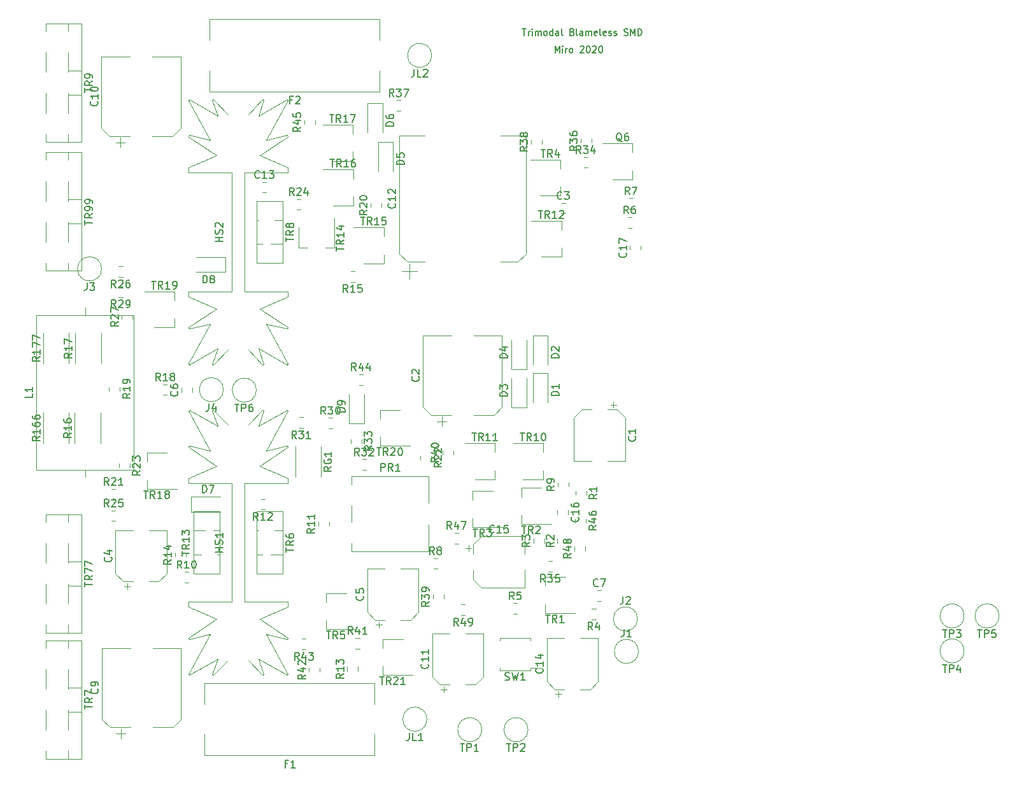
<source format=gbr>
G04 #@! TF.GenerationSoftware,KiCad,Pcbnew,5.1.5-52549c5~84~ubuntu18.04.1*
G04 #@! TF.CreationDate,2020-03-16T16:27:59+13:00*
G04 #@! TF.ProjectId,Trimodal SMD,5472696d-6f64-4616-9c20-534d442e6b69,rev?*
G04 #@! TF.SameCoordinates,Original*
G04 #@! TF.FileFunction,Legend,Top*
G04 #@! TF.FilePolarity,Positive*
%FSLAX46Y46*%
G04 Gerber Fmt 4.6, Leading zero omitted, Abs format (unit mm)*
G04 Created by KiCad (PCBNEW 5.1.5-52549c5~84~ubuntu18.04.1) date 2020-03-16 16:27:59*
%MOMM*%
%LPD*%
G04 APERTURE LIST*
%ADD10C,0.152400*%
%ADD11C,0.120000*%
%ADD12C,0.150000*%
G04 APERTURE END LIST*
D10*
X131050090Y-37093676D02*
X131050090Y-36230076D01*
X131337957Y-36846933D01*
X131625823Y-36230076D01*
X131625823Y-37093676D01*
X132037061Y-37093676D02*
X132037061Y-36517942D01*
X132037061Y-36230076D02*
X131995938Y-36271200D01*
X132037061Y-36312323D01*
X132078185Y-36271200D01*
X132037061Y-36230076D01*
X132037061Y-36312323D01*
X132448300Y-37093676D02*
X132448300Y-36517942D01*
X132448300Y-36682438D02*
X132489423Y-36600190D01*
X132530547Y-36559066D01*
X132612795Y-36517942D01*
X132695042Y-36517942D01*
X133106280Y-37093676D02*
X133024033Y-37052552D01*
X132982909Y-37011428D01*
X132941785Y-36929180D01*
X132941785Y-36682438D01*
X132982909Y-36600190D01*
X133024033Y-36559066D01*
X133106280Y-36517942D01*
X133229652Y-36517942D01*
X133311900Y-36559066D01*
X133353023Y-36600190D01*
X133394147Y-36682438D01*
X133394147Y-36929180D01*
X133353023Y-37011428D01*
X133311900Y-37052552D01*
X133229652Y-37093676D01*
X133106280Y-37093676D01*
X134381119Y-36312323D02*
X134422242Y-36271200D01*
X134504490Y-36230076D01*
X134710109Y-36230076D01*
X134792357Y-36271200D01*
X134833480Y-36312323D01*
X134874604Y-36394571D01*
X134874604Y-36476819D01*
X134833480Y-36600190D01*
X134339995Y-37093676D01*
X134874604Y-37093676D01*
X135409214Y-36230076D02*
X135491461Y-36230076D01*
X135573709Y-36271200D01*
X135614833Y-36312323D01*
X135655957Y-36394571D01*
X135697080Y-36559066D01*
X135697080Y-36764685D01*
X135655957Y-36929180D01*
X135614833Y-37011428D01*
X135573709Y-37052552D01*
X135491461Y-37093676D01*
X135409214Y-37093676D01*
X135326966Y-37052552D01*
X135285842Y-37011428D01*
X135244719Y-36929180D01*
X135203595Y-36764685D01*
X135203595Y-36559066D01*
X135244719Y-36394571D01*
X135285842Y-36312323D01*
X135326966Y-36271200D01*
X135409214Y-36230076D01*
X136026071Y-36312323D02*
X136067195Y-36271200D01*
X136149442Y-36230076D01*
X136355061Y-36230076D01*
X136437309Y-36271200D01*
X136478433Y-36312323D01*
X136519557Y-36394571D01*
X136519557Y-36476819D01*
X136478433Y-36600190D01*
X135984947Y-37093676D01*
X136519557Y-37093676D01*
X137054166Y-36230076D02*
X137136414Y-36230076D01*
X137218661Y-36271200D01*
X137259785Y-36312323D01*
X137300909Y-36394571D01*
X137342033Y-36559066D01*
X137342033Y-36764685D01*
X137300909Y-36929180D01*
X137259785Y-37011428D01*
X137218661Y-37052552D01*
X137136414Y-37093676D01*
X137054166Y-37093676D01*
X136971919Y-37052552D01*
X136930795Y-37011428D01*
X136889671Y-36929180D01*
X136848547Y-36764685D01*
X136848547Y-36559066D01*
X136889671Y-36394571D01*
X136930795Y-36312323D01*
X136971919Y-36271200D01*
X137054166Y-36230076D01*
X126705480Y-33944076D02*
X127198966Y-33944076D01*
X126952223Y-34807676D02*
X126952223Y-33944076D01*
X127486833Y-34807676D02*
X127486833Y-34231942D01*
X127486833Y-34396438D02*
X127527957Y-34314190D01*
X127569080Y-34273066D01*
X127651328Y-34231942D01*
X127733576Y-34231942D01*
X128021442Y-34807676D02*
X128021442Y-34231942D01*
X128021442Y-33944076D02*
X127980319Y-33985200D01*
X128021442Y-34026323D01*
X128062566Y-33985200D01*
X128021442Y-33944076D01*
X128021442Y-34026323D01*
X128432680Y-34807676D02*
X128432680Y-34231942D01*
X128432680Y-34314190D02*
X128473804Y-34273066D01*
X128556052Y-34231942D01*
X128679423Y-34231942D01*
X128761671Y-34273066D01*
X128802795Y-34355314D01*
X128802795Y-34807676D01*
X128802795Y-34355314D02*
X128843919Y-34273066D01*
X128926166Y-34231942D01*
X129049538Y-34231942D01*
X129131785Y-34273066D01*
X129172909Y-34355314D01*
X129172909Y-34807676D01*
X129707519Y-34807676D02*
X129625271Y-34766552D01*
X129584147Y-34725428D01*
X129543023Y-34643180D01*
X129543023Y-34396438D01*
X129584147Y-34314190D01*
X129625271Y-34273066D01*
X129707519Y-34231942D01*
X129830890Y-34231942D01*
X129913138Y-34273066D01*
X129954261Y-34314190D01*
X129995385Y-34396438D01*
X129995385Y-34643180D01*
X129954261Y-34725428D01*
X129913138Y-34766552D01*
X129830890Y-34807676D01*
X129707519Y-34807676D01*
X130735614Y-34807676D02*
X130735614Y-33944076D01*
X130735614Y-34766552D02*
X130653366Y-34807676D01*
X130488871Y-34807676D01*
X130406623Y-34766552D01*
X130365500Y-34725428D01*
X130324376Y-34643180D01*
X130324376Y-34396438D01*
X130365500Y-34314190D01*
X130406623Y-34273066D01*
X130488871Y-34231942D01*
X130653366Y-34231942D01*
X130735614Y-34273066D01*
X131516966Y-34807676D02*
X131516966Y-34355314D01*
X131475842Y-34273066D01*
X131393595Y-34231942D01*
X131229100Y-34231942D01*
X131146852Y-34273066D01*
X131516966Y-34766552D02*
X131434719Y-34807676D01*
X131229100Y-34807676D01*
X131146852Y-34766552D01*
X131105728Y-34684304D01*
X131105728Y-34602057D01*
X131146852Y-34519809D01*
X131229100Y-34478685D01*
X131434719Y-34478685D01*
X131516966Y-34437561D01*
X132051576Y-34807676D02*
X131969328Y-34766552D01*
X131928204Y-34684304D01*
X131928204Y-33944076D01*
X133326414Y-34355314D02*
X133449785Y-34396438D01*
X133490909Y-34437561D01*
X133532033Y-34519809D01*
X133532033Y-34643180D01*
X133490909Y-34725428D01*
X133449785Y-34766552D01*
X133367538Y-34807676D01*
X133038547Y-34807676D01*
X133038547Y-33944076D01*
X133326414Y-33944076D01*
X133408661Y-33985200D01*
X133449785Y-34026323D01*
X133490909Y-34108571D01*
X133490909Y-34190819D01*
X133449785Y-34273066D01*
X133408661Y-34314190D01*
X133326414Y-34355314D01*
X133038547Y-34355314D01*
X134025519Y-34807676D02*
X133943271Y-34766552D01*
X133902147Y-34684304D01*
X133902147Y-33944076D01*
X134724623Y-34807676D02*
X134724623Y-34355314D01*
X134683500Y-34273066D01*
X134601252Y-34231942D01*
X134436757Y-34231942D01*
X134354509Y-34273066D01*
X134724623Y-34766552D02*
X134642376Y-34807676D01*
X134436757Y-34807676D01*
X134354509Y-34766552D01*
X134313385Y-34684304D01*
X134313385Y-34602057D01*
X134354509Y-34519809D01*
X134436757Y-34478685D01*
X134642376Y-34478685D01*
X134724623Y-34437561D01*
X135135861Y-34807676D02*
X135135861Y-34231942D01*
X135135861Y-34314190D02*
X135176985Y-34273066D01*
X135259233Y-34231942D01*
X135382604Y-34231942D01*
X135464852Y-34273066D01*
X135505976Y-34355314D01*
X135505976Y-34807676D01*
X135505976Y-34355314D02*
X135547100Y-34273066D01*
X135629347Y-34231942D01*
X135752719Y-34231942D01*
X135834966Y-34273066D01*
X135876090Y-34355314D01*
X135876090Y-34807676D01*
X136616319Y-34766552D02*
X136534071Y-34807676D01*
X136369576Y-34807676D01*
X136287328Y-34766552D01*
X136246204Y-34684304D01*
X136246204Y-34355314D01*
X136287328Y-34273066D01*
X136369576Y-34231942D01*
X136534071Y-34231942D01*
X136616319Y-34273066D01*
X136657442Y-34355314D01*
X136657442Y-34437561D01*
X136246204Y-34519809D01*
X137150928Y-34807676D02*
X137068680Y-34766552D01*
X137027557Y-34684304D01*
X137027557Y-33944076D01*
X137808909Y-34766552D02*
X137726661Y-34807676D01*
X137562166Y-34807676D01*
X137479919Y-34766552D01*
X137438795Y-34684304D01*
X137438795Y-34355314D01*
X137479919Y-34273066D01*
X137562166Y-34231942D01*
X137726661Y-34231942D01*
X137808909Y-34273066D01*
X137850033Y-34355314D01*
X137850033Y-34437561D01*
X137438795Y-34519809D01*
X138179023Y-34766552D02*
X138261271Y-34807676D01*
X138425766Y-34807676D01*
X138508014Y-34766552D01*
X138549138Y-34684304D01*
X138549138Y-34643180D01*
X138508014Y-34560933D01*
X138425766Y-34519809D01*
X138302395Y-34519809D01*
X138220147Y-34478685D01*
X138179023Y-34396438D01*
X138179023Y-34355314D01*
X138220147Y-34273066D01*
X138302395Y-34231942D01*
X138425766Y-34231942D01*
X138508014Y-34273066D01*
X138878128Y-34766552D02*
X138960376Y-34807676D01*
X139124871Y-34807676D01*
X139207119Y-34766552D01*
X139248242Y-34684304D01*
X139248242Y-34643180D01*
X139207119Y-34560933D01*
X139124871Y-34519809D01*
X139001500Y-34519809D01*
X138919252Y-34478685D01*
X138878128Y-34396438D01*
X138878128Y-34355314D01*
X138919252Y-34273066D01*
X139001500Y-34231942D01*
X139124871Y-34231942D01*
X139207119Y-34273066D01*
X140235214Y-34766552D02*
X140358585Y-34807676D01*
X140564204Y-34807676D01*
X140646452Y-34766552D01*
X140687576Y-34725428D01*
X140728700Y-34643180D01*
X140728700Y-34560933D01*
X140687576Y-34478685D01*
X140646452Y-34437561D01*
X140564204Y-34396438D01*
X140399709Y-34355314D01*
X140317461Y-34314190D01*
X140276338Y-34273066D01*
X140235214Y-34190819D01*
X140235214Y-34108571D01*
X140276338Y-34026323D01*
X140317461Y-33985200D01*
X140399709Y-33944076D01*
X140605328Y-33944076D01*
X140728700Y-33985200D01*
X141098814Y-34807676D02*
X141098814Y-33944076D01*
X141386680Y-34560933D01*
X141674547Y-33944076D01*
X141674547Y-34807676D01*
X142085785Y-34807676D02*
X142085785Y-33944076D01*
X142291404Y-33944076D01*
X142414776Y-33985200D01*
X142497023Y-34067447D01*
X142538147Y-34149695D01*
X142579271Y-34314190D01*
X142579271Y-34437561D01*
X142538147Y-34602057D01*
X142497023Y-34684304D01*
X142414776Y-34766552D01*
X142291404Y-34807676D01*
X142085785Y-34807676D01*
D11*
X91790000Y-112425000D02*
X95510000Y-114925000D01*
X95510000Y-114925000D02*
X95450000Y-115105000D01*
X95450000Y-115105000D02*
X92650000Y-114445000D01*
X92650000Y-114445000D02*
X95530000Y-119745000D01*
X95410000Y-119865000D02*
X91640000Y-117715000D01*
X92320000Y-119765000D02*
X92170000Y-119855000D01*
X91640000Y-117715000D02*
X92320000Y-119765000D01*
X92170000Y-119855000D02*
X90280000Y-117895000D01*
X95530000Y-119745000D02*
X95410000Y-119865000D01*
X82300000Y-110805000D02*
X86010000Y-112415000D01*
X88050000Y-110135000D02*
X82300000Y-110135000D01*
X82300000Y-110135000D02*
X82300000Y-110805000D01*
X85150000Y-114445000D02*
X82270000Y-119745000D01*
X82290000Y-114925000D02*
X82350000Y-115105000D01*
X82350000Y-115105000D02*
X85150000Y-114445000D01*
X86010000Y-112425000D02*
X82290000Y-114925000D01*
X85630000Y-119855000D02*
X87520000Y-117895000D01*
X82390000Y-119865000D02*
X86160000Y-117715000D01*
X85480000Y-119765000D02*
X85630000Y-119855000D01*
X82270000Y-119745000D02*
X82390000Y-119865000D01*
X86160000Y-117715000D02*
X85480000Y-119765000D01*
X88050000Y-102235000D02*
X88050000Y-110135000D01*
X89750000Y-110135000D02*
X95500000Y-110135000D01*
X95500000Y-110135000D02*
X95500000Y-110805000D01*
X95500000Y-110805000D02*
X91790000Y-112415000D01*
X89750000Y-102235000D02*
X89750000Y-110135000D01*
X82350000Y-89365000D02*
X85150000Y-90025000D01*
X82290000Y-89545000D02*
X82350000Y-89365000D01*
X86010000Y-92045000D02*
X82290000Y-89545000D01*
X85150000Y-90025000D02*
X82270000Y-84725000D01*
X85630000Y-84615000D02*
X87520000Y-86575000D01*
X86160000Y-86755000D02*
X85480000Y-84705000D01*
X82390000Y-84605000D02*
X86160000Y-86755000D01*
X82270000Y-84725000D02*
X82390000Y-84605000D01*
X85480000Y-84705000D02*
X85630000Y-84615000D01*
X82300000Y-93665000D02*
X86010000Y-92055000D01*
X88050000Y-102235000D02*
X88050000Y-94335000D01*
X88050000Y-94335000D02*
X82300000Y-94335000D01*
X82300000Y-94335000D02*
X82300000Y-93665000D01*
X89750000Y-102235000D02*
X89750000Y-94335000D01*
X89750000Y-94335000D02*
X95500000Y-94335000D01*
X95500000Y-94335000D02*
X95500000Y-93665000D01*
X95500000Y-93665000D02*
X91790000Y-92055000D01*
X91790000Y-92045000D02*
X95510000Y-89545000D01*
X95510000Y-89545000D02*
X95450000Y-89365000D01*
X95450000Y-89365000D02*
X92650000Y-90025000D01*
X92650000Y-90025000D02*
X95530000Y-84725000D01*
X95530000Y-84725000D02*
X95410000Y-84605000D01*
X95410000Y-84605000D02*
X91640000Y-86755000D01*
X91640000Y-86755000D02*
X92320000Y-84705000D01*
X92320000Y-84705000D02*
X92170000Y-84615000D01*
X92170000Y-84615000D02*
X90280000Y-86575000D01*
X81333000Y-116278500D02*
X77583000Y-116278500D01*
X70813000Y-116278500D02*
X74563000Y-116278500D01*
X70813000Y-125734063D02*
X70813000Y-116278500D01*
X81333000Y-125734063D02*
X81333000Y-116278500D01*
X80268563Y-126798500D02*
X77583000Y-126798500D01*
X71877437Y-126798500D02*
X74563000Y-126798500D01*
X71877437Y-126798500D02*
X70813000Y-125734063D01*
X80268563Y-126798500D02*
X81333000Y-125734063D01*
X73313000Y-128288500D02*
X73313000Y-127038500D01*
X72688000Y-127663500D02*
X73938000Y-127663500D01*
X74497000Y-91767922D02*
X74497000Y-92285078D01*
X73077000Y-91767922D02*
X73077000Y-92285078D01*
X133559500Y-91363500D02*
X135909500Y-91363500D01*
X140379500Y-91363500D02*
X138029500Y-91363500D01*
X140379500Y-85607937D02*
X140379500Y-91363500D01*
X133559500Y-85607937D02*
X133559500Y-91363500D01*
X134623937Y-84543500D02*
X135909500Y-84543500D01*
X139315063Y-84543500D02*
X138029500Y-84543500D01*
X139315063Y-84543500D02*
X140379500Y-85607937D01*
X134623937Y-84543500D02*
X133559500Y-85607937D01*
X138817000Y-83516000D02*
X138817000Y-84303500D01*
X139210750Y-83909750D02*
X138423250Y-83909750D01*
X124005000Y-74750000D02*
X120255000Y-74750000D01*
X113485000Y-74750000D02*
X117235000Y-74750000D01*
X113485000Y-84205563D02*
X113485000Y-74750000D01*
X124005000Y-84205563D02*
X124005000Y-74750000D01*
X122940563Y-85270000D02*
X120255000Y-85270000D01*
X114549437Y-85270000D02*
X117235000Y-85270000D01*
X114549437Y-85270000D02*
X113485000Y-84205563D01*
X122940563Y-85270000D02*
X124005000Y-84205563D01*
X115985000Y-86760000D02*
X115985000Y-85510000D01*
X115360000Y-86135000D02*
X116610000Y-86135000D01*
X79419500Y-100609000D02*
X77069500Y-100609000D01*
X72599500Y-100609000D02*
X74949500Y-100609000D01*
X72599500Y-106364563D02*
X72599500Y-100609000D01*
X79419500Y-106364563D02*
X79419500Y-100609000D01*
X78355063Y-107429000D02*
X77069500Y-107429000D01*
X73663937Y-107429000D02*
X74949500Y-107429000D01*
X73663937Y-107429000D02*
X72599500Y-106364563D01*
X78355063Y-107429000D02*
X79419500Y-106364563D01*
X74162000Y-108456500D02*
X74162000Y-107669000D01*
X73768250Y-108062750D02*
X74555750Y-108062750D01*
X112884000Y-105746500D02*
X110534000Y-105746500D01*
X106064000Y-105746500D02*
X108414000Y-105746500D01*
X106064000Y-111502063D02*
X106064000Y-105746500D01*
X112884000Y-111502063D02*
X112884000Y-105746500D01*
X111819563Y-112566500D02*
X110534000Y-112566500D01*
X107128437Y-112566500D02*
X108414000Y-112566500D01*
X107128437Y-112566500D02*
X106064000Y-111502063D01*
X111819563Y-112566500D02*
X112884000Y-111502063D01*
X107626500Y-113594000D02*
X107626500Y-112806500D01*
X107232750Y-113200250D02*
X108020250Y-113200250D01*
X72624500Y-49051500D02*
X73874500Y-49051500D01*
X73249500Y-49676500D02*
X73249500Y-48426500D01*
X80205063Y-48186500D02*
X81269500Y-47122063D01*
X71813937Y-48186500D02*
X70749500Y-47122063D01*
X71813937Y-48186500D02*
X74499500Y-48186500D01*
X80205063Y-48186500D02*
X77519500Y-48186500D01*
X81269500Y-47122063D02*
X81269500Y-37666500D01*
X70749500Y-47122063D02*
X70749500Y-37666500D01*
X70749500Y-37666500D02*
X74499500Y-37666500D01*
X81269500Y-37666500D02*
X77519500Y-37666500D01*
X115868750Y-121778750D02*
X116656250Y-121778750D01*
X116262500Y-122172500D02*
X116262500Y-121385000D01*
X120455563Y-121145000D02*
X121520000Y-120080563D01*
X115764437Y-121145000D02*
X114700000Y-120080563D01*
X115764437Y-121145000D02*
X117050000Y-121145000D01*
X120455563Y-121145000D02*
X119170000Y-121145000D01*
X121520000Y-120080563D02*
X121520000Y-114325000D01*
X114700000Y-120080563D02*
X114700000Y-114325000D01*
X114700000Y-114325000D02*
X117050000Y-114325000D01*
X121520000Y-114325000D02*
X119170000Y-114325000D01*
X127155000Y-48105000D02*
X123805000Y-48105000D01*
X110335000Y-48105000D02*
X113685000Y-48105000D01*
X110335000Y-63860563D02*
X110335000Y-48105000D01*
X127155000Y-63860563D02*
X127155000Y-48105000D01*
X126090563Y-64925000D02*
X123805000Y-64925000D01*
X111399437Y-64925000D02*
X113685000Y-64925000D01*
X111399437Y-64925000D02*
X110335000Y-63860563D01*
X126090563Y-64925000D02*
X127155000Y-63860563D01*
X111685000Y-67165000D02*
X111685000Y-65165000D01*
X110685000Y-66165000D02*
X112685000Y-66165000D01*
X131108750Y-122413750D02*
X131896250Y-122413750D01*
X131502500Y-122807500D02*
X131502500Y-122020000D01*
X135695563Y-121780000D02*
X136760000Y-120715563D01*
X131004437Y-121780000D02*
X129940000Y-120715563D01*
X131004437Y-121780000D02*
X132290000Y-121780000D01*
X135695563Y-121780000D02*
X134410000Y-121780000D01*
X136760000Y-120715563D02*
X136760000Y-114960000D01*
X129940000Y-120715563D02*
X129940000Y-114960000D01*
X129940000Y-114960000D02*
X132290000Y-114960000D01*
X136760000Y-114960000D02*
X134410000Y-114960000D01*
X119521250Y-102597250D02*
X119521250Y-103384750D01*
X119127500Y-102991000D02*
X119915000Y-102991000D01*
X120155000Y-107184063D02*
X121219437Y-108248500D01*
X120155000Y-102492937D02*
X121219437Y-101428500D01*
X120155000Y-102492937D02*
X120155000Y-103778500D01*
X120155000Y-107184063D02*
X120155000Y-105898500D01*
X121219437Y-108248500D02*
X126975000Y-108248500D01*
X121219437Y-101428500D02*
X126975000Y-101428500D01*
X126975000Y-101428500D02*
X126975000Y-103778500D01*
X126975000Y-108248500D02*
X126975000Y-105898500D01*
X130095500Y-79727500D02*
X128095500Y-79727500D01*
X128095500Y-79727500D02*
X128095500Y-83627500D01*
X130095500Y-79727500D02*
X130095500Y-83627500D01*
X130095500Y-74713000D02*
X128095500Y-74713000D01*
X128095500Y-74713000D02*
X128095500Y-78613000D01*
X130095500Y-74713000D02*
X130095500Y-78613000D01*
X125238000Y-84291000D02*
X125238000Y-80391000D01*
X127238000Y-84291000D02*
X127238000Y-80391000D01*
X125238000Y-84291000D02*
X127238000Y-84291000D01*
X125238000Y-79212000D02*
X127238000Y-79212000D01*
X127238000Y-79212000D02*
X127238000Y-75312000D01*
X125238000Y-79212000D02*
X125238000Y-75312000D01*
X109521500Y-48993500D02*
X109521500Y-52893500D01*
X107521500Y-48993500D02*
X107521500Y-52893500D01*
X109521500Y-48993500D02*
X107521500Y-48993500D01*
X108124500Y-43852000D02*
X108124500Y-47752000D01*
X106124500Y-43852000D02*
X106124500Y-47752000D01*
X108124500Y-43852000D02*
X106124500Y-43852000D01*
X82650500Y-96155000D02*
X86550500Y-96155000D01*
X82650500Y-98155000D02*
X86550500Y-98155000D01*
X82650500Y-96155000D02*
X82650500Y-98155000D01*
X87214000Y-66278000D02*
X87214000Y-64278000D01*
X87214000Y-64278000D02*
X83314000Y-64278000D01*
X87214000Y-66278000D02*
X83314000Y-66278000D01*
X103648000Y-86388500D02*
X105648000Y-86388500D01*
X105648000Y-86388500D02*
X105648000Y-82488500D01*
X103648000Y-86388500D02*
X103648000Y-82488500D01*
X84455000Y-120930000D02*
X84455000Y-123730000D01*
X84455000Y-127730000D02*
X84455000Y-130530000D01*
X107055000Y-127730000D02*
X107055000Y-130530000D01*
X107055000Y-130530000D02*
X84455000Y-130530000D01*
X107055000Y-120930000D02*
X84455000Y-120930000D01*
X107055000Y-120930000D02*
X107055000Y-123730000D01*
X107690000Y-32665000D02*
X107690000Y-35465000D01*
X107690000Y-32665000D02*
X85090000Y-32665000D01*
X107690000Y-42265000D02*
X85090000Y-42265000D01*
X107690000Y-39465000D02*
X107690000Y-42265000D01*
X85090000Y-39465000D02*
X85090000Y-42265000D01*
X85090000Y-32665000D02*
X85090000Y-35465000D01*
X92170000Y-43340000D02*
X90280000Y-45300000D01*
X92320000Y-43430000D02*
X92170000Y-43340000D01*
X91640000Y-45480000D02*
X92320000Y-43430000D01*
X95410000Y-43330000D02*
X91640000Y-45480000D01*
X95530000Y-43450000D02*
X95410000Y-43330000D01*
X92650000Y-48750000D02*
X95530000Y-43450000D01*
X95450000Y-48090000D02*
X92650000Y-48750000D01*
X95510000Y-48270000D02*
X95450000Y-48090000D01*
X91790000Y-50770000D02*
X95510000Y-48270000D01*
X95500000Y-52390000D02*
X91790000Y-50780000D01*
X95500000Y-53060000D02*
X95500000Y-52390000D01*
X89750000Y-53060000D02*
X95500000Y-53060000D01*
X89750000Y-60960000D02*
X89750000Y-53060000D01*
X82300000Y-53060000D02*
X82300000Y-52390000D01*
X88050000Y-53060000D02*
X82300000Y-53060000D01*
X88050000Y-60960000D02*
X88050000Y-53060000D01*
X82300000Y-52390000D02*
X86010000Y-50780000D01*
X85480000Y-43430000D02*
X85630000Y-43340000D01*
X82270000Y-43450000D02*
X82390000Y-43330000D01*
X82390000Y-43330000D02*
X86160000Y-45480000D01*
X86160000Y-45480000D02*
X85480000Y-43430000D01*
X85630000Y-43340000D02*
X87520000Y-45300000D01*
X85150000Y-48750000D02*
X82270000Y-43450000D01*
X86010000Y-50770000D02*
X82290000Y-48270000D01*
X82290000Y-48270000D02*
X82350000Y-48090000D01*
X82350000Y-48090000D02*
X85150000Y-48750000D01*
X89750000Y-60960000D02*
X89750000Y-68860000D01*
X95500000Y-69530000D02*
X91790000Y-71140000D01*
X95500000Y-68860000D02*
X95500000Y-69530000D01*
X89750000Y-68860000D02*
X95500000Y-68860000D01*
X88050000Y-60960000D02*
X88050000Y-68860000D01*
X86160000Y-76440000D02*
X85480000Y-78490000D01*
X82270000Y-78470000D02*
X82390000Y-78590000D01*
X85480000Y-78490000D02*
X85630000Y-78580000D01*
X82390000Y-78590000D02*
X86160000Y-76440000D01*
X85630000Y-78580000D02*
X87520000Y-76620000D01*
X86010000Y-71150000D02*
X82290000Y-73650000D01*
X82350000Y-73830000D02*
X85150000Y-73170000D01*
X82290000Y-73650000D02*
X82350000Y-73830000D01*
X85150000Y-73170000D02*
X82270000Y-78470000D01*
X82300000Y-68860000D02*
X82300000Y-69530000D01*
X88050000Y-68860000D02*
X82300000Y-68860000D01*
X82300000Y-69530000D02*
X86010000Y-71140000D01*
X95530000Y-78470000D02*
X95410000Y-78590000D01*
X92170000Y-78580000D02*
X90280000Y-76620000D01*
X91640000Y-76440000D02*
X92320000Y-78490000D01*
X92320000Y-78490000D02*
X92170000Y-78580000D01*
X95410000Y-78590000D02*
X91640000Y-76440000D01*
X92650000Y-73170000D02*
X95530000Y-78470000D01*
X95450000Y-73830000D02*
X92650000Y-73170000D01*
X95510000Y-73650000D02*
X95450000Y-73830000D01*
X91790000Y-71150000D02*
X95510000Y-73650000D01*
X142126281Y-116713000D02*
G75*
G03X142126281Y-116713000I-1600781J0D01*
G01*
X141999281Y-112395000D02*
G75*
G03X141999281Y-112395000I-1600781J0D01*
G01*
X70752281Y-65849500D02*
G75*
G03X70752281Y-65849500I-1600781J0D01*
G01*
X86944781Y-81915000D02*
G75*
G03X86944781Y-81915000I-1600781J0D01*
G01*
X113995781Y-125730000D02*
G75*
G03X113995781Y-125730000I-1600781J0D01*
G01*
X114630781Y-37465000D02*
G75*
G03X114630781Y-37465000I-1600781J0D01*
G01*
X62110000Y-92576000D02*
X75050000Y-92576000D01*
X75050000Y-92576000D02*
X75050000Y-72016000D01*
X75050000Y-72016000D02*
X62110000Y-72016000D01*
X62110000Y-72016000D02*
X62110000Y-92576000D01*
X68580000Y-93556000D02*
X68580000Y-92576000D01*
X68580000Y-71036000D02*
X68580000Y-72016000D01*
X104020000Y-93404000D02*
X114260000Y-93404000D01*
X104020000Y-103445000D02*
X114260000Y-103445000D01*
X104020000Y-93404000D02*
X104020000Y-94499000D01*
X104020000Y-97351000D02*
X104020000Y-99500000D01*
X104020000Y-102350000D02*
X104020000Y-103445000D01*
X114260000Y-93404000D02*
X114260000Y-97000000D01*
X114260000Y-99850000D02*
X114260000Y-103445000D01*
X141353000Y-52762000D02*
X141353000Y-53962000D01*
X141353000Y-53962000D02*
X138653000Y-53962000D01*
X137353000Y-49162000D02*
X141353000Y-49162000D01*
X141353000Y-49162000D02*
X141353000Y-50362000D01*
X99944500Y-89430436D02*
X99944500Y-93534564D01*
X96524500Y-89430436D02*
X96524500Y-93534564D01*
X91326281Y-81978500D02*
G75*
G03X91326281Y-81978500I-1600781J0D01*
G01*
X129728500Y-111620000D02*
X129728500Y-110420000D01*
X133728500Y-111620000D02*
X129728500Y-111620000D01*
X129728500Y-106820000D02*
X132428500Y-106820000D01*
X129728500Y-108020000D02*
X129728500Y-106820000D01*
X126553500Y-99785000D02*
X126553500Y-98585000D01*
X130553500Y-99785000D02*
X126553500Y-99785000D01*
X126553500Y-94985000D02*
X129253500Y-94985000D01*
X126553500Y-96185000D02*
X126553500Y-94985000D01*
X120076500Y-96590000D02*
X120076500Y-95390000D01*
X120076500Y-95390000D02*
X122776500Y-95390000D01*
X124076500Y-100190000D02*
X120076500Y-100190000D01*
X120076500Y-100190000D02*
X120076500Y-98990000D01*
X131777200Y-54921000D02*
X131777200Y-56121000D01*
X131777200Y-56121000D02*
X129077200Y-56121000D01*
X127777200Y-51321000D02*
X131777200Y-51321000D01*
X131777200Y-51321000D02*
X131777200Y-52521000D01*
X100582000Y-110179000D02*
X100582000Y-108979000D01*
X100582000Y-108979000D02*
X103282000Y-108979000D01*
X104582000Y-113779000D02*
X100582000Y-113779000D01*
X100582000Y-113779000D02*
X100582000Y-112579000D01*
X92170000Y-103836000D02*
X91340000Y-103836000D01*
X94830000Y-103836000D02*
X93250000Y-103836000D01*
X91660000Y-100635000D02*
X91340000Y-100635000D01*
X94830000Y-100635000D02*
X93760000Y-100635000D01*
X94830000Y-106355000D02*
X91340000Y-106355000D01*
X94830000Y-98115000D02*
X91340000Y-98115000D01*
X91340000Y-98115000D02*
X91340000Y-106355000D01*
X94830000Y-98115000D02*
X94830000Y-106355000D01*
X68080500Y-115245500D02*
X68080500Y-130985500D01*
X63340500Y-115245500D02*
X63340500Y-116265500D01*
X63340500Y-119065500D02*
X63340500Y-121716500D01*
X63340500Y-124515500D02*
X63340500Y-127165500D01*
X63340500Y-129965500D02*
X63340500Y-130985500D01*
X68080500Y-115245500D02*
X63340500Y-115245500D01*
X68080500Y-130985500D02*
X63340500Y-130985500D01*
X66340500Y-115245500D02*
X66340500Y-116265500D01*
X66340500Y-119065500D02*
X66340500Y-121716500D01*
X66340500Y-124515500D02*
X66340500Y-127165500D01*
X66340500Y-129965500D02*
X66340500Y-130985500D01*
X68080500Y-121515500D02*
X66340500Y-121515500D01*
X68080500Y-124716500D02*
X66340500Y-124716500D01*
X94830000Y-56840000D02*
X94830000Y-65080000D01*
X91340000Y-56840000D02*
X91340000Y-65080000D01*
X94830000Y-56840000D02*
X91340000Y-56840000D01*
X94830000Y-65080000D02*
X91340000Y-65080000D01*
X94830000Y-59360000D02*
X93760000Y-59360000D01*
X91660000Y-59360000D02*
X91340000Y-59360000D01*
X94830000Y-62561000D02*
X93250000Y-62561000D01*
X92170000Y-62561000D02*
X91340000Y-62561000D01*
X68080500Y-33225500D02*
X68080500Y-48965500D01*
X63340500Y-33225500D02*
X63340500Y-34245500D01*
X63340500Y-37045500D02*
X63340500Y-39696500D01*
X63340500Y-42495500D02*
X63340500Y-45145500D01*
X63340500Y-47945500D02*
X63340500Y-48965500D01*
X68080500Y-33225500D02*
X63340500Y-33225500D01*
X68080500Y-48965500D02*
X63340500Y-48965500D01*
X66340500Y-33225500D02*
X66340500Y-34245500D01*
X66340500Y-37045500D02*
X66340500Y-39696500D01*
X66340500Y-42495500D02*
X66340500Y-45145500D01*
X66340500Y-47945500D02*
X66340500Y-48965500D01*
X68080500Y-39495500D02*
X66340500Y-39495500D01*
X68080500Y-42696500D02*
X66340500Y-42696500D01*
X129478500Y-92640000D02*
X129478500Y-93840000D01*
X129478500Y-93840000D02*
X126778500Y-93840000D01*
X125478500Y-89040000D02*
X129478500Y-89040000D01*
X129478500Y-89040000D02*
X129478500Y-90240000D01*
X123065000Y-89040000D02*
X123065000Y-90240000D01*
X119065000Y-89040000D02*
X123065000Y-89040000D01*
X123065000Y-93840000D02*
X120365000Y-93840000D01*
X123065000Y-92640000D02*
X123065000Y-93840000D01*
X131891500Y-59449000D02*
X131891500Y-60649000D01*
X127891500Y-59449000D02*
X131891500Y-59449000D01*
X131891500Y-64249000D02*
X129191500Y-64249000D01*
X131891500Y-63049000D02*
X131891500Y-64249000D01*
X82970000Y-106355000D02*
X82970000Y-98115000D01*
X86460000Y-106355000D02*
X86460000Y-98115000D01*
X82970000Y-106355000D02*
X86460000Y-106355000D01*
X82970000Y-98115000D02*
X86460000Y-98115000D01*
X82970000Y-103835000D02*
X84040000Y-103835000D01*
X86140000Y-103835000D02*
X86460000Y-103835000D01*
X82970000Y-100634000D02*
X84550000Y-100634000D01*
X85630000Y-100634000D02*
X86460000Y-100634000D01*
X101714000Y-63057500D02*
X100514000Y-63057500D01*
X101714000Y-59057500D02*
X101714000Y-63057500D01*
X96914000Y-63057500D02*
X96914000Y-60357500D01*
X98114000Y-63057500D02*
X96914000Y-63057500D01*
X108269500Y-63938000D02*
X108269500Y-65138000D01*
X108269500Y-65138000D02*
X105569500Y-65138000D01*
X104269500Y-60338000D02*
X108269500Y-60338000D01*
X108269500Y-60338000D02*
X108269500Y-61538000D01*
X104205500Y-56254500D02*
X104205500Y-57454500D01*
X104205500Y-57454500D02*
X101505500Y-57454500D01*
X100205500Y-52654500D02*
X104205500Y-52654500D01*
X104205500Y-52654500D02*
X104205500Y-53854500D01*
X104142000Y-50285500D02*
X104142000Y-51485500D01*
X104142000Y-51485500D02*
X101442000Y-51485500D01*
X100142000Y-46685500D02*
X104142000Y-46685500D01*
X104142000Y-46685500D02*
X104142000Y-47885500D01*
X76769500Y-91510000D02*
X76769500Y-90310000D01*
X76769500Y-90310000D02*
X79469500Y-90310000D01*
X80769500Y-95110000D02*
X76769500Y-95110000D01*
X76769500Y-95110000D02*
X76769500Y-93910000D01*
X80456500Y-68847000D02*
X80456500Y-70047000D01*
X76456500Y-68847000D02*
X80456500Y-68847000D01*
X80456500Y-73647000D02*
X77756500Y-73647000D01*
X80456500Y-72447000D02*
X80456500Y-73647000D01*
X107757500Y-89395000D02*
X107757500Y-88195000D01*
X111757500Y-89395000D02*
X107757500Y-89395000D01*
X107757500Y-84595000D02*
X110457500Y-84595000D01*
X107757500Y-85795000D02*
X107757500Y-84595000D01*
X108138500Y-119875000D02*
X108138500Y-118675000D01*
X112138500Y-119875000D02*
X108138500Y-119875000D01*
X108138500Y-115075000D02*
X110838500Y-115075000D01*
X108138500Y-116275000D02*
X108138500Y-115075000D01*
X68080500Y-59841500D02*
X66340500Y-59841500D01*
X68080500Y-56640500D02*
X66340500Y-56640500D01*
X66340500Y-65090500D02*
X66340500Y-66110500D01*
X66340500Y-59640500D02*
X66340500Y-62290500D01*
X66340500Y-54190500D02*
X66340500Y-56841500D01*
X66340500Y-50370500D02*
X66340500Y-51390500D01*
X68080500Y-66110500D02*
X63340500Y-66110500D01*
X68080500Y-50370500D02*
X63340500Y-50370500D01*
X63340500Y-65090500D02*
X63340500Y-66110500D01*
X63340500Y-59640500D02*
X63340500Y-62290500D01*
X63340500Y-54190500D02*
X63340500Y-56841500D01*
X63340500Y-50370500D02*
X63340500Y-51390500D01*
X68080500Y-50370500D02*
X68080500Y-66110500D01*
X67187500Y-89068064D02*
X67187500Y-84963936D01*
X70607500Y-89068064D02*
X70607500Y-84963936D01*
X70671000Y-78485064D02*
X70671000Y-74380936D01*
X67251000Y-78485064D02*
X67251000Y-74380936D01*
X131869922Y-58495000D02*
X132387078Y-58495000D01*
X131869922Y-57075000D02*
X132387078Y-57075000D01*
X82815500Y-82222078D02*
X82815500Y-81704922D01*
X81395500Y-82222078D02*
X81395500Y-81704922D01*
X136662422Y-108573500D02*
X137179578Y-108573500D01*
X136662422Y-109993500D02*
X137179578Y-109993500D01*
X92133922Y-55701000D02*
X92651078Y-55701000D01*
X92133922Y-54281000D02*
X92651078Y-54281000D01*
X132790000Y-97960922D02*
X132790000Y-98478078D01*
X131370000Y-97960922D02*
X131370000Y-98478078D01*
X141022000Y-63329078D02*
X141022000Y-62811922D01*
X142442000Y-63329078D02*
X142442000Y-62811922D01*
X135203000Y-95387422D02*
X135203000Y-95904578D01*
X133783000Y-95387422D02*
X133783000Y-95904578D01*
X132790000Y-102288078D02*
X132790000Y-101770922D01*
X131370000Y-102288078D02*
X131370000Y-101770922D01*
X128195000Y-102288078D02*
X128195000Y-101770922D01*
X129615000Y-102288078D02*
X129615000Y-101770922D01*
X136451078Y-112470000D02*
X135933922Y-112470000D01*
X136451078Y-111050000D02*
X135933922Y-111050000D01*
X125486422Y-111708000D02*
X126003578Y-111708000D01*
X125486422Y-110288000D02*
X126003578Y-110288000D01*
X140711422Y-60400000D02*
X141228578Y-60400000D01*
X140711422Y-58980000D02*
X141228578Y-58980000D01*
X140861422Y-56440000D02*
X141378578Y-56440000D01*
X140861422Y-57860000D02*
X141378578Y-57860000D01*
X114881922Y-104319000D02*
X115399078Y-104319000D01*
X114881922Y-105739000D02*
X115399078Y-105739000D01*
X132853500Y-94795078D02*
X132853500Y-94277922D01*
X131433500Y-94795078D02*
X131433500Y-94277922D01*
X81798422Y-107565500D02*
X82315578Y-107565500D01*
X81798422Y-106145500D02*
X82315578Y-106145500D01*
X100976500Y-100017078D02*
X100976500Y-99499922D01*
X99556500Y-100017078D02*
X99556500Y-99499922D01*
X92445578Y-97865000D02*
X91928422Y-97865000D01*
X92445578Y-96445000D02*
X91928422Y-96445000D01*
X104850000Y-119306078D02*
X104850000Y-118788922D01*
X103430000Y-119306078D02*
X103430000Y-118788922D01*
X80506500Y-104129578D02*
X80506500Y-103612422D01*
X81926500Y-104129578D02*
X81926500Y-103612422D01*
X104383578Y-67575500D02*
X103866422Y-67575500D01*
X104383578Y-66155500D02*
X103866422Y-66155500D01*
X78940922Y-82625000D02*
X79458078Y-82625000D01*
X78940922Y-81205000D02*
X79458078Y-81205000D01*
X73163500Y-81544422D02*
X73163500Y-82061578D01*
X71743500Y-81544422D02*
X71743500Y-82061578D01*
X106541500Y-57647578D02*
X106541500Y-57130422D01*
X107961500Y-57647578D02*
X107961500Y-57130422D01*
X72082922Y-96531500D02*
X72600078Y-96531500D01*
X72082922Y-95111500D02*
X72600078Y-95111500D01*
X113145500Y-90721922D02*
X113145500Y-91239078D01*
X114565500Y-90721922D02*
X114565500Y-91239078D01*
X96720922Y-57987000D02*
X97238078Y-57987000D01*
X96720922Y-56567000D02*
X97238078Y-56567000D01*
X72082922Y-97969000D02*
X72600078Y-97969000D01*
X72082922Y-99389000D02*
X72600078Y-99389000D01*
X73552578Y-65520500D02*
X73035422Y-65520500D01*
X73552578Y-66940500D02*
X73035422Y-66940500D01*
X74878000Y-72506578D02*
X74878000Y-71989422D01*
X73458000Y-72506578D02*
X73458000Y-71989422D01*
X73552578Y-69607500D02*
X73035422Y-69607500D01*
X73552578Y-68187500D02*
X73035422Y-68187500D01*
X100911922Y-87070000D02*
X101429078Y-87070000D01*
X100911922Y-85650000D02*
X101429078Y-85650000D01*
X97540578Y-87006500D02*
X97023422Y-87006500D01*
X97540578Y-85586500D02*
X97023422Y-85586500D01*
X105390422Y-92594500D02*
X105907578Y-92594500D01*
X105390422Y-91174500D02*
X105907578Y-91174500D01*
X103874500Y-88499422D02*
X103874500Y-89016578D01*
X105294500Y-88499422D02*
X105294500Y-89016578D01*
X134854422Y-52399000D02*
X135371578Y-52399000D01*
X134854422Y-50979000D02*
X135371578Y-50979000D01*
X130639078Y-106120000D02*
X130121922Y-106120000D01*
X130639078Y-104700000D02*
X130121922Y-104700000D01*
X134481500Y-49105078D02*
X134481500Y-48587922D01*
X135901500Y-49105078D02*
X135901500Y-48587922D01*
X109992422Y-43422500D02*
X110509578Y-43422500D01*
X109992422Y-44842500D02*
X110509578Y-44842500D01*
X129297500Y-49232078D02*
X129297500Y-48714922D01*
X127877500Y-49232078D02*
X127877500Y-48714922D01*
X116216500Y-109717578D02*
X116216500Y-109200422D01*
X114796500Y-109717578D02*
X114796500Y-109200422D01*
X117486500Y-90555578D02*
X117486500Y-90038422D01*
X116066500Y-90555578D02*
X116066500Y-90038422D01*
X104531422Y-114923500D02*
X105048578Y-114923500D01*
X104531422Y-116343500D02*
X105048578Y-116343500D01*
X98350000Y-119433078D02*
X98350000Y-118915922D01*
X99770000Y-119433078D02*
X99770000Y-118915922D01*
X97906578Y-116470500D02*
X97389422Y-116470500D01*
X97906578Y-115050500D02*
X97389422Y-115050500D01*
X104975922Y-79871500D02*
X105493078Y-79871500D01*
X104975922Y-81291500D02*
X105493078Y-81291500D01*
X99135000Y-46613578D02*
X99135000Y-46096422D01*
X97715000Y-46613578D02*
X97715000Y-46096422D01*
X133719500Y-99070422D02*
X133719500Y-99587578D01*
X135139500Y-99070422D02*
X135139500Y-99587578D01*
X117660922Y-102373500D02*
X118178078Y-102373500D01*
X117660922Y-100953500D02*
X118178078Y-100953500D01*
X133656000Y-103304078D02*
X133656000Y-102786922D01*
X135076000Y-103304078D02*
X135076000Y-102786922D01*
X119082078Y-111898500D02*
X118564922Y-111898500D01*
X119082078Y-110478500D02*
X118564922Y-110478500D01*
X66416500Y-89068064D02*
X66416500Y-84963936D01*
X62996500Y-89068064D02*
X62996500Y-84963936D01*
X62996500Y-78485064D02*
X62996500Y-74380936D01*
X66416500Y-78485064D02*
X66416500Y-74380936D01*
X68080500Y-98481500D02*
X68080500Y-114221500D01*
X63340500Y-98481500D02*
X63340500Y-99501500D01*
X63340500Y-102301500D02*
X63340500Y-104952500D01*
X63340500Y-107751500D02*
X63340500Y-110401500D01*
X63340500Y-113201500D02*
X63340500Y-114221500D01*
X68080500Y-98481500D02*
X63340500Y-98481500D01*
X68080500Y-114221500D02*
X63340500Y-114221500D01*
X66340500Y-98481500D02*
X66340500Y-99501500D01*
X66340500Y-102301500D02*
X66340500Y-104952500D01*
X66340500Y-107751500D02*
X66340500Y-110401500D01*
X66340500Y-113201500D02*
X66340500Y-114221500D01*
X68080500Y-104751500D02*
X66340500Y-104751500D01*
X68080500Y-107952500D02*
X66340500Y-107952500D01*
X125730000Y-114934000D02*
X123720000Y-114934000D01*
X123720000Y-114934000D02*
X123720000Y-115289000D01*
X125730000Y-114934000D02*
X127740000Y-114934000D01*
X127740000Y-114934000D02*
X127740000Y-115289000D01*
X125730000Y-119254000D02*
X123720000Y-119254000D01*
X123720000Y-119254000D02*
X123720000Y-118899000D01*
X125730000Y-119254000D02*
X127740000Y-119254000D01*
X127740000Y-119254000D02*
X127740000Y-118899000D01*
X127740000Y-118899000D02*
X129205000Y-118899000D01*
X121298281Y-127127000D02*
G75*
G03X121298281Y-127127000I-1600781J0D01*
G01*
X127457781Y-127127000D02*
G75*
G03X127457781Y-127127000I-1600781J0D01*
G01*
X185431282Y-111997501D02*
G75*
G03X185431282Y-111997501I-1600781J0D01*
G01*
X185431282Y-116647501D02*
G75*
G03X185431282Y-116647501I-1600781J0D01*
G01*
X190081282Y-111997501D02*
G75*
G03X190081282Y-111997501I-1600781J0D01*
G01*
D12*
X86852380Y-103498095D02*
X85852380Y-103498095D01*
X86328571Y-103498095D02*
X86328571Y-102926666D01*
X86852380Y-102926666D02*
X85852380Y-102926666D01*
X86804761Y-102498095D02*
X86852380Y-102355238D01*
X86852380Y-102117142D01*
X86804761Y-102021904D01*
X86757142Y-101974285D01*
X86661904Y-101926666D01*
X86566666Y-101926666D01*
X86471428Y-101974285D01*
X86423809Y-102021904D01*
X86376190Y-102117142D01*
X86328571Y-102307619D01*
X86280952Y-102402857D01*
X86233333Y-102450476D01*
X86138095Y-102498095D01*
X86042857Y-102498095D01*
X85947619Y-102450476D01*
X85900000Y-102402857D01*
X85852380Y-102307619D01*
X85852380Y-102069523D01*
X85900000Y-101926666D01*
X86852380Y-100974285D02*
X86852380Y-101545714D01*
X86852380Y-101260000D02*
X85852380Y-101260000D01*
X85995238Y-101355238D01*
X86090476Y-101450476D01*
X86138095Y-101545714D01*
X70230142Y-121705166D02*
X70277761Y-121752785D01*
X70325380Y-121895642D01*
X70325380Y-121990880D01*
X70277761Y-122133738D01*
X70182523Y-122228976D01*
X70087285Y-122276595D01*
X69896809Y-122324214D01*
X69753952Y-122324214D01*
X69563476Y-122276595D01*
X69468238Y-122228976D01*
X69373000Y-122133738D01*
X69325380Y-121990880D01*
X69325380Y-121895642D01*
X69373000Y-121752785D01*
X69420619Y-121705166D01*
X70325380Y-121228976D02*
X70325380Y-121038500D01*
X70277761Y-120943261D01*
X70230142Y-120895642D01*
X70087285Y-120800404D01*
X69896809Y-120752785D01*
X69515857Y-120752785D01*
X69420619Y-120800404D01*
X69373000Y-120848023D01*
X69325380Y-120943261D01*
X69325380Y-121133738D01*
X69373000Y-121228976D01*
X69420619Y-121276595D01*
X69515857Y-121324214D01*
X69753952Y-121324214D01*
X69849190Y-121276595D01*
X69896809Y-121228976D01*
X69944428Y-121133738D01*
X69944428Y-120943261D01*
X69896809Y-120848023D01*
X69849190Y-120800404D01*
X69753952Y-120752785D01*
X75889380Y-92669357D02*
X75413190Y-93002690D01*
X75889380Y-93240785D02*
X74889380Y-93240785D01*
X74889380Y-92859833D01*
X74937000Y-92764595D01*
X74984619Y-92716976D01*
X75079857Y-92669357D01*
X75222714Y-92669357D01*
X75317952Y-92716976D01*
X75365571Y-92764595D01*
X75413190Y-92859833D01*
X75413190Y-93240785D01*
X74984619Y-92288404D02*
X74937000Y-92240785D01*
X74889380Y-92145547D01*
X74889380Y-91907452D01*
X74937000Y-91812214D01*
X74984619Y-91764595D01*
X75079857Y-91716976D01*
X75175095Y-91716976D01*
X75317952Y-91764595D01*
X75889380Y-92336023D01*
X75889380Y-91716976D01*
X74889380Y-91383642D02*
X74889380Y-90764595D01*
X75270333Y-91097928D01*
X75270333Y-90955071D01*
X75317952Y-90859833D01*
X75365571Y-90812214D01*
X75460809Y-90764595D01*
X75698904Y-90764595D01*
X75794142Y-90812214D01*
X75841761Y-90859833D01*
X75889380Y-90955071D01*
X75889380Y-91240785D01*
X75841761Y-91336023D01*
X75794142Y-91383642D01*
X141676642Y-88120166D02*
X141724261Y-88167785D01*
X141771880Y-88310642D01*
X141771880Y-88405880D01*
X141724261Y-88548738D01*
X141629023Y-88643976D01*
X141533785Y-88691595D01*
X141343309Y-88739214D01*
X141200452Y-88739214D01*
X141009976Y-88691595D01*
X140914738Y-88643976D01*
X140819500Y-88548738D01*
X140771880Y-88405880D01*
X140771880Y-88310642D01*
X140819500Y-88167785D01*
X140867119Y-88120166D01*
X141771880Y-87167785D02*
X141771880Y-87739214D01*
X141771880Y-87453500D02*
X140771880Y-87453500D01*
X140914738Y-87548738D01*
X141009976Y-87643976D01*
X141057595Y-87739214D01*
X112902142Y-80176666D02*
X112949761Y-80224285D01*
X112997380Y-80367142D01*
X112997380Y-80462380D01*
X112949761Y-80605238D01*
X112854523Y-80700476D01*
X112759285Y-80748095D01*
X112568809Y-80795714D01*
X112425952Y-80795714D01*
X112235476Y-80748095D01*
X112140238Y-80700476D01*
X112045000Y-80605238D01*
X111997380Y-80462380D01*
X111997380Y-80367142D01*
X112045000Y-80224285D01*
X112092619Y-80176666D01*
X112092619Y-79795714D02*
X112045000Y-79748095D01*
X111997380Y-79652857D01*
X111997380Y-79414761D01*
X112045000Y-79319523D01*
X112092619Y-79271904D01*
X112187857Y-79224285D01*
X112283095Y-79224285D01*
X112425952Y-79271904D01*
X112997380Y-79843333D01*
X112997380Y-79224285D01*
X72016642Y-104185666D02*
X72064261Y-104233285D01*
X72111880Y-104376142D01*
X72111880Y-104471380D01*
X72064261Y-104614238D01*
X71969023Y-104709476D01*
X71873785Y-104757095D01*
X71683309Y-104804714D01*
X71540452Y-104804714D01*
X71349976Y-104757095D01*
X71254738Y-104709476D01*
X71159500Y-104614238D01*
X71111880Y-104471380D01*
X71111880Y-104376142D01*
X71159500Y-104233285D01*
X71207119Y-104185666D01*
X71445214Y-103328523D02*
X72111880Y-103328523D01*
X71064261Y-103566619D02*
X71778547Y-103804714D01*
X71778547Y-103185666D01*
X105481142Y-109323166D02*
X105528761Y-109370785D01*
X105576380Y-109513642D01*
X105576380Y-109608880D01*
X105528761Y-109751738D01*
X105433523Y-109846976D01*
X105338285Y-109894595D01*
X105147809Y-109942214D01*
X105004952Y-109942214D01*
X104814476Y-109894595D01*
X104719238Y-109846976D01*
X104624000Y-109751738D01*
X104576380Y-109608880D01*
X104576380Y-109513642D01*
X104624000Y-109370785D01*
X104671619Y-109323166D01*
X104576380Y-108418404D02*
X104576380Y-108894595D01*
X105052571Y-108942214D01*
X105004952Y-108894595D01*
X104957333Y-108799357D01*
X104957333Y-108561261D01*
X105004952Y-108466023D01*
X105052571Y-108418404D01*
X105147809Y-108370785D01*
X105385904Y-108370785D01*
X105481142Y-108418404D01*
X105528761Y-108466023D01*
X105576380Y-108561261D01*
X105576380Y-108799357D01*
X105528761Y-108894595D01*
X105481142Y-108942214D01*
X70166642Y-43569357D02*
X70214261Y-43616976D01*
X70261880Y-43759833D01*
X70261880Y-43855071D01*
X70214261Y-43997928D01*
X70119023Y-44093166D01*
X70023785Y-44140785D01*
X69833309Y-44188404D01*
X69690452Y-44188404D01*
X69499976Y-44140785D01*
X69404738Y-44093166D01*
X69309500Y-43997928D01*
X69261880Y-43855071D01*
X69261880Y-43759833D01*
X69309500Y-43616976D01*
X69357119Y-43569357D01*
X70261880Y-42616976D02*
X70261880Y-43188404D01*
X70261880Y-42902690D02*
X69261880Y-42902690D01*
X69404738Y-42997928D01*
X69499976Y-43093166D01*
X69547595Y-43188404D01*
X69261880Y-41997928D02*
X69261880Y-41902690D01*
X69309500Y-41807452D01*
X69357119Y-41759833D01*
X69452357Y-41712214D01*
X69642833Y-41664595D01*
X69880928Y-41664595D01*
X70071404Y-41712214D01*
X70166642Y-41759833D01*
X70214261Y-41807452D01*
X70261880Y-41902690D01*
X70261880Y-41997928D01*
X70214261Y-42093166D01*
X70166642Y-42140785D01*
X70071404Y-42188404D01*
X69880928Y-42236023D01*
X69642833Y-42236023D01*
X69452357Y-42188404D01*
X69357119Y-42140785D01*
X69309500Y-42093166D01*
X69261880Y-41997928D01*
X114117142Y-118377857D02*
X114164761Y-118425476D01*
X114212380Y-118568333D01*
X114212380Y-118663571D01*
X114164761Y-118806428D01*
X114069523Y-118901666D01*
X113974285Y-118949285D01*
X113783809Y-118996904D01*
X113640952Y-118996904D01*
X113450476Y-118949285D01*
X113355238Y-118901666D01*
X113260000Y-118806428D01*
X113212380Y-118663571D01*
X113212380Y-118568333D01*
X113260000Y-118425476D01*
X113307619Y-118377857D01*
X114212380Y-117425476D02*
X114212380Y-117996904D01*
X114212380Y-117711190D02*
X113212380Y-117711190D01*
X113355238Y-117806428D01*
X113450476Y-117901666D01*
X113498095Y-117996904D01*
X114212380Y-116473095D02*
X114212380Y-117044523D01*
X114212380Y-116758809D02*
X113212380Y-116758809D01*
X113355238Y-116854047D01*
X113450476Y-116949285D01*
X113498095Y-117044523D01*
X109752142Y-57157857D02*
X109799761Y-57205476D01*
X109847380Y-57348333D01*
X109847380Y-57443571D01*
X109799761Y-57586428D01*
X109704523Y-57681666D01*
X109609285Y-57729285D01*
X109418809Y-57776904D01*
X109275952Y-57776904D01*
X109085476Y-57729285D01*
X108990238Y-57681666D01*
X108895000Y-57586428D01*
X108847380Y-57443571D01*
X108847380Y-57348333D01*
X108895000Y-57205476D01*
X108942619Y-57157857D01*
X109847380Y-56205476D02*
X109847380Y-56776904D01*
X109847380Y-56491190D02*
X108847380Y-56491190D01*
X108990238Y-56586428D01*
X109085476Y-56681666D01*
X109133095Y-56776904D01*
X108942619Y-55824523D02*
X108895000Y-55776904D01*
X108847380Y-55681666D01*
X108847380Y-55443571D01*
X108895000Y-55348333D01*
X108942619Y-55300714D01*
X109037857Y-55253095D01*
X109133095Y-55253095D01*
X109275952Y-55300714D01*
X109847380Y-55872142D01*
X109847380Y-55253095D01*
X129357142Y-119012857D02*
X129404761Y-119060476D01*
X129452380Y-119203333D01*
X129452380Y-119298571D01*
X129404761Y-119441428D01*
X129309523Y-119536666D01*
X129214285Y-119584285D01*
X129023809Y-119631904D01*
X128880952Y-119631904D01*
X128690476Y-119584285D01*
X128595238Y-119536666D01*
X128500000Y-119441428D01*
X128452380Y-119298571D01*
X128452380Y-119203333D01*
X128500000Y-119060476D01*
X128547619Y-119012857D01*
X129452380Y-118060476D02*
X129452380Y-118631904D01*
X129452380Y-118346190D02*
X128452380Y-118346190D01*
X128595238Y-118441428D01*
X128690476Y-118536666D01*
X128738095Y-118631904D01*
X128785714Y-117203333D02*
X129452380Y-117203333D01*
X128404761Y-117441428D02*
X129119047Y-117679523D01*
X129119047Y-117060476D01*
X122922142Y-100845642D02*
X122874523Y-100893261D01*
X122731666Y-100940880D01*
X122636428Y-100940880D01*
X122493571Y-100893261D01*
X122398333Y-100798023D01*
X122350714Y-100702785D01*
X122303095Y-100512309D01*
X122303095Y-100369452D01*
X122350714Y-100178976D01*
X122398333Y-100083738D01*
X122493571Y-99988500D01*
X122636428Y-99940880D01*
X122731666Y-99940880D01*
X122874523Y-99988500D01*
X122922142Y-100036119D01*
X123874523Y-100940880D02*
X123303095Y-100940880D01*
X123588809Y-100940880D02*
X123588809Y-99940880D01*
X123493571Y-100083738D01*
X123398333Y-100178976D01*
X123303095Y-100226595D01*
X124779285Y-99940880D02*
X124303095Y-99940880D01*
X124255476Y-100417071D01*
X124303095Y-100369452D01*
X124398333Y-100321833D01*
X124636428Y-100321833D01*
X124731666Y-100369452D01*
X124779285Y-100417071D01*
X124826904Y-100512309D01*
X124826904Y-100750404D01*
X124779285Y-100845642D01*
X124731666Y-100893261D01*
X124636428Y-100940880D01*
X124398333Y-100940880D01*
X124303095Y-100893261D01*
X124255476Y-100845642D01*
X131547880Y-82715595D02*
X130547880Y-82715595D01*
X130547880Y-82477500D01*
X130595500Y-82334642D01*
X130690738Y-82239404D01*
X130785976Y-82191785D01*
X130976452Y-82144166D01*
X131119309Y-82144166D01*
X131309785Y-82191785D01*
X131405023Y-82239404D01*
X131500261Y-82334642D01*
X131547880Y-82477500D01*
X131547880Y-82715595D01*
X131547880Y-81191785D02*
X131547880Y-81763214D01*
X131547880Y-81477500D02*
X130547880Y-81477500D01*
X130690738Y-81572738D01*
X130785976Y-81667976D01*
X130833595Y-81763214D01*
X131547880Y-77701095D02*
X130547880Y-77701095D01*
X130547880Y-77463000D01*
X130595500Y-77320142D01*
X130690738Y-77224904D01*
X130785976Y-77177285D01*
X130976452Y-77129666D01*
X131119309Y-77129666D01*
X131309785Y-77177285D01*
X131405023Y-77224904D01*
X131500261Y-77320142D01*
X131547880Y-77463000D01*
X131547880Y-77701095D01*
X130643119Y-76748714D02*
X130595500Y-76701095D01*
X130547880Y-76605857D01*
X130547880Y-76367761D01*
X130595500Y-76272523D01*
X130643119Y-76224904D01*
X130738357Y-76177285D01*
X130833595Y-76177285D01*
X130976452Y-76224904D01*
X131547880Y-76796333D01*
X131547880Y-76177285D01*
X124690380Y-82779095D02*
X123690380Y-82779095D01*
X123690380Y-82541000D01*
X123738000Y-82398142D01*
X123833238Y-82302904D01*
X123928476Y-82255285D01*
X124118952Y-82207666D01*
X124261809Y-82207666D01*
X124452285Y-82255285D01*
X124547523Y-82302904D01*
X124642761Y-82398142D01*
X124690380Y-82541000D01*
X124690380Y-82779095D01*
X123690380Y-81874333D02*
X123690380Y-81255285D01*
X124071333Y-81588619D01*
X124071333Y-81445761D01*
X124118952Y-81350523D01*
X124166571Y-81302904D01*
X124261809Y-81255285D01*
X124499904Y-81255285D01*
X124595142Y-81302904D01*
X124642761Y-81350523D01*
X124690380Y-81445761D01*
X124690380Y-81731476D01*
X124642761Y-81826714D01*
X124595142Y-81874333D01*
X124690380Y-77700095D02*
X123690380Y-77700095D01*
X123690380Y-77462000D01*
X123738000Y-77319142D01*
X123833238Y-77223904D01*
X123928476Y-77176285D01*
X124118952Y-77128666D01*
X124261809Y-77128666D01*
X124452285Y-77176285D01*
X124547523Y-77223904D01*
X124642761Y-77319142D01*
X124690380Y-77462000D01*
X124690380Y-77700095D01*
X124023714Y-76271523D02*
X124690380Y-76271523D01*
X123642761Y-76509619D02*
X124357047Y-76747714D01*
X124357047Y-76128666D01*
X110973880Y-51981595D02*
X109973880Y-51981595D01*
X109973880Y-51743500D01*
X110021500Y-51600642D01*
X110116738Y-51505404D01*
X110211976Y-51457785D01*
X110402452Y-51410166D01*
X110545309Y-51410166D01*
X110735785Y-51457785D01*
X110831023Y-51505404D01*
X110926261Y-51600642D01*
X110973880Y-51743500D01*
X110973880Y-51981595D01*
X109973880Y-50505404D02*
X109973880Y-50981595D01*
X110450071Y-51029214D01*
X110402452Y-50981595D01*
X110354833Y-50886357D01*
X110354833Y-50648261D01*
X110402452Y-50553023D01*
X110450071Y-50505404D01*
X110545309Y-50457785D01*
X110783404Y-50457785D01*
X110878642Y-50505404D01*
X110926261Y-50553023D01*
X110973880Y-50648261D01*
X110973880Y-50886357D01*
X110926261Y-50981595D01*
X110878642Y-51029214D01*
X109576880Y-46840095D02*
X108576880Y-46840095D01*
X108576880Y-46602000D01*
X108624500Y-46459142D01*
X108719738Y-46363904D01*
X108814976Y-46316285D01*
X109005452Y-46268666D01*
X109148309Y-46268666D01*
X109338785Y-46316285D01*
X109434023Y-46363904D01*
X109529261Y-46459142D01*
X109576880Y-46602000D01*
X109576880Y-46840095D01*
X108576880Y-45411523D02*
X108576880Y-45602000D01*
X108624500Y-45697238D01*
X108672119Y-45744857D01*
X108814976Y-45840095D01*
X109005452Y-45887714D01*
X109386404Y-45887714D01*
X109481642Y-45840095D01*
X109529261Y-45792476D01*
X109576880Y-45697238D01*
X109576880Y-45506761D01*
X109529261Y-45411523D01*
X109481642Y-45363904D01*
X109386404Y-45316285D01*
X109148309Y-45316285D01*
X109053071Y-45363904D01*
X109005452Y-45411523D01*
X108957833Y-45506761D01*
X108957833Y-45697238D01*
X109005452Y-45792476D01*
X109053071Y-45840095D01*
X109148309Y-45887714D01*
X84162404Y-95607380D02*
X84162404Y-94607380D01*
X84400500Y-94607380D01*
X84543357Y-94655000D01*
X84638595Y-94750238D01*
X84686214Y-94845476D01*
X84733833Y-95035952D01*
X84733833Y-95178809D01*
X84686214Y-95369285D01*
X84638595Y-95464523D01*
X84543357Y-95559761D01*
X84400500Y-95607380D01*
X84162404Y-95607380D01*
X85067166Y-94607380D02*
X85733833Y-94607380D01*
X85305261Y-95607380D01*
X84225904Y-67730380D02*
X84225904Y-66730380D01*
X84464000Y-66730380D01*
X84606857Y-66778000D01*
X84702095Y-66873238D01*
X84749714Y-66968476D01*
X84797333Y-67158952D01*
X84797333Y-67301809D01*
X84749714Y-67492285D01*
X84702095Y-67587523D01*
X84606857Y-67682761D01*
X84464000Y-67730380D01*
X84225904Y-67730380D01*
X85368761Y-67158952D02*
X85273523Y-67111333D01*
X85225904Y-67063714D01*
X85178285Y-66968476D01*
X85178285Y-66920857D01*
X85225904Y-66825619D01*
X85273523Y-66778000D01*
X85368761Y-66730380D01*
X85559238Y-66730380D01*
X85654476Y-66778000D01*
X85702095Y-66825619D01*
X85749714Y-66920857D01*
X85749714Y-66968476D01*
X85702095Y-67063714D01*
X85654476Y-67111333D01*
X85559238Y-67158952D01*
X85368761Y-67158952D01*
X85273523Y-67206571D01*
X85225904Y-67254190D01*
X85178285Y-67349428D01*
X85178285Y-67539904D01*
X85225904Y-67635142D01*
X85273523Y-67682761D01*
X85368761Y-67730380D01*
X85559238Y-67730380D01*
X85654476Y-67682761D01*
X85702095Y-67635142D01*
X85749714Y-67539904D01*
X85749714Y-67349428D01*
X85702095Y-67254190D01*
X85654476Y-67206571D01*
X85559238Y-67158952D01*
X103100380Y-84876595D02*
X102100380Y-84876595D01*
X102100380Y-84638500D01*
X102148000Y-84495642D01*
X102243238Y-84400404D01*
X102338476Y-84352785D01*
X102528952Y-84305166D01*
X102671809Y-84305166D01*
X102862285Y-84352785D01*
X102957523Y-84400404D01*
X103052761Y-84495642D01*
X103100380Y-84638500D01*
X103100380Y-84876595D01*
X103100380Y-83828976D02*
X103100380Y-83638500D01*
X103052761Y-83543261D01*
X103005142Y-83495642D01*
X102862285Y-83400404D01*
X102671809Y-83352785D01*
X102290857Y-83352785D01*
X102195619Y-83400404D01*
X102148000Y-83448023D01*
X102100380Y-83543261D01*
X102100380Y-83733738D01*
X102148000Y-83828976D01*
X102195619Y-83876595D01*
X102290857Y-83924214D01*
X102528952Y-83924214D01*
X102624190Y-83876595D01*
X102671809Y-83828976D01*
X102719428Y-83733738D01*
X102719428Y-83543261D01*
X102671809Y-83448023D01*
X102624190Y-83400404D01*
X102528952Y-83352785D01*
X95471666Y-131658571D02*
X95138333Y-131658571D01*
X95138333Y-132182380D02*
X95138333Y-131182380D01*
X95614523Y-131182380D01*
X96519285Y-132182380D02*
X95947857Y-132182380D01*
X96233571Y-132182380D02*
X96233571Y-131182380D01*
X96138333Y-131325238D01*
X96043095Y-131420476D01*
X95947857Y-131468095D01*
X96106666Y-43393571D02*
X95773333Y-43393571D01*
X95773333Y-43917380D02*
X95773333Y-42917380D01*
X96249523Y-42917380D01*
X96582857Y-43012619D02*
X96630476Y-42965000D01*
X96725714Y-42917380D01*
X96963809Y-42917380D01*
X97059047Y-42965000D01*
X97106666Y-43012619D01*
X97154285Y-43107857D01*
X97154285Y-43203095D01*
X97106666Y-43345952D01*
X96535238Y-43917380D01*
X97154285Y-43917380D01*
X86852380Y-62223095D02*
X85852380Y-62223095D01*
X86328571Y-62223095D02*
X86328571Y-61651666D01*
X86852380Y-61651666D02*
X85852380Y-61651666D01*
X86804761Y-61223095D02*
X86852380Y-61080238D01*
X86852380Y-60842142D01*
X86804761Y-60746904D01*
X86757142Y-60699285D01*
X86661904Y-60651666D01*
X86566666Y-60651666D01*
X86471428Y-60699285D01*
X86423809Y-60746904D01*
X86376190Y-60842142D01*
X86328571Y-61032619D01*
X86280952Y-61127857D01*
X86233333Y-61175476D01*
X86138095Y-61223095D01*
X86042857Y-61223095D01*
X85947619Y-61175476D01*
X85900000Y-61127857D01*
X85852380Y-61032619D01*
X85852380Y-60794523D01*
X85900000Y-60651666D01*
X85947619Y-60270714D02*
X85900000Y-60223095D01*
X85852380Y-60127857D01*
X85852380Y-59889761D01*
X85900000Y-59794523D01*
X85947619Y-59746904D01*
X86042857Y-59699285D01*
X86138095Y-59699285D01*
X86280952Y-59746904D01*
X86852380Y-60318333D01*
X86852380Y-59699285D01*
X140192166Y-113765380D02*
X140192166Y-114479666D01*
X140144547Y-114622523D01*
X140049309Y-114717761D01*
X139906452Y-114765380D01*
X139811214Y-114765380D01*
X141192166Y-114765380D02*
X140620738Y-114765380D01*
X140906452Y-114765380D02*
X140906452Y-113765380D01*
X140811214Y-113908238D01*
X140715976Y-114003476D01*
X140620738Y-114051095D01*
X140065166Y-109447380D02*
X140065166Y-110161666D01*
X140017547Y-110304523D01*
X139922309Y-110399761D01*
X139779452Y-110447380D01*
X139684214Y-110447380D01*
X140493738Y-109542619D02*
X140541357Y-109495000D01*
X140636595Y-109447380D01*
X140874690Y-109447380D01*
X140969928Y-109495000D01*
X141017547Y-109542619D01*
X141065166Y-109637857D01*
X141065166Y-109733095D01*
X141017547Y-109875952D01*
X140446119Y-110447380D01*
X141065166Y-110447380D01*
X68818166Y-67701880D02*
X68818166Y-68416166D01*
X68770547Y-68559023D01*
X68675309Y-68654261D01*
X68532452Y-68701880D01*
X68437214Y-68701880D01*
X69199119Y-67701880D02*
X69818166Y-67701880D01*
X69484833Y-68082833D01*
X69627690Y-68082833D01*
X69722928Y-68130452D01*
X69770547Y-68178071D01*
X69818166Y-68273309D01*
X69818166Y-68511404D01*
X69770547Y-68606642D01*
X69722928Y-68654261D01*
X69627690Y-68701880D01*
X69341976Y-68701880D01*
X69246738Y-68654261D01*
X69199119Y-68606642D01*
X85010666Y-83767380D02*
X85010666Y-84481666D01*
X84963047Y-84624523D01*
X84867809Y-84719761D01*
X84724952Y-84767380D01*
X84629714Y-84767380D01*
X85915428Y-84100714D02*
X85915428Y-84767380D01*
X85677333Y-83719761D02*
X85439238Y-84434047D01*
X86058285Y-84434047D01*
X111656904Y-127582380D02*
X111656904Y-128296666D01*
X111609285Y-128439523D01*
X111514047Y-128534761D01*
X111371190Y-128582380D01*
X111275952Y-128582380D01*
X112609285Y-128582380D02*
X112133095Y-128582380D01*
X112133095Y-127582380D01*
X113466428Y-128582380D02*
X112895000Y-128582380D01*
X113180714Y-128582380D02*
X113180714Y-127582380D01*
X113085476Y-127725238D01*
X112990238Y-127820476D01*
X112895000Y-127868095D01*
X112291904Y-39317380D02*
X112291904Y-40031666D01*
X112244285Y-40174523D01*
X112149047Y-40269761D01*
X112006190Y-40317380D01*
X111910952Y-40317380D01*
X113244285Y-40317380D02*
X112768095Y-40317380D01*
X112768095Y-39317380D01*
X113530000Y-39412619D02*
X113577619Y-39365000D01*
X113672857Y-39317380D01*
X113910952Y-39317380D01*
X114006190Y-39365000D01*
X114053809Y-39412619D01*
X114101428Y-39507857D01*
X114101428Y-39603095D01*
X114053809Y-39745952D01*
X113482380Y-40317380D01*
X114101428Y-40317380D01*
X61562380Y-82462666D02*
X61562380Y-82938857D01*
X60562380Y-82938857D01*
X61562380Y-81605523D02*
X61562380Y-82176952D01*
X61562380Y-81891238D02*
X60562380Y-81891238D01*
X60705238Y-81986476D01*
X60800476Y-82081714D01*
X60848095Y-82176952D01*
X107901904Y-92727380D02*
X107901904Y-91727380D01*
X108282857Y-91727380D01*
X108378095Y-91775000D01*
X108425714Y-91822619D01*
X108473333Y-91917857D01*
X108473333Y-92060714D01*
X108425714Y-92155952D01*
X108378095Y-92203571D01*
X108282857Y-92251190D01*
X107901904Y-92251190D01*
X109473333Y-92727380D02*
X109140000Y-92251190D01*
X108901904Y-92727380D02*
X108901904Y-91727380D01*
X109282857Y-91727380D01*
X109378095Y-91775000D01*
X109425714Y-91822619D01*
X109473333Y-91917857D01*
X109473333Y-92060714D01*
X109425714Y-92155952D01*
X109378095Y-92203571D01*
X109282857Y-92251190D01*
X108901904Y-92251190D01*
X110425714Y-92727380D02*
X109854285Y-92727380D01*
X110140000Y-92727380D02*
X110140000Y-91727380D01*
X110044761Y-91870238D01*
X109949523Y-91965476D01*
X109854285Y-92013095D01*
X139927761Y-48909619D02*
X139832523Y-48862000D01*
X139737285Y-48766761D01*
X139594428Y-48623904D01*
X139499190Y-48576285D01*
X139403952Y-48576285D01*
X139451571Y-48814380D02*
X139356333Y-48766761D01*
X139261095Y-48671523D01*
X139213476Y-48481047D01*
X139213476Y-48147714D01*
X139261095Y-47957238D01*
X139356333Y-47862000D01*
X139451571Y-47814380D01*
X139642047Y-47814380D01*
X139737285Y-47862000D01*
X139832523Y-47957238D01*
X139880142Y-48147714D01*
X139880142Y-48481047D01*
X139832523Y-48671523D01*
X139737285Y-48766761D01*
X139642047Y-48814380D01*
X139451571Y-48814380D01*
X140737285Y-47814380D02*
X140546809Y-47814380D01*
X140451571Y-47862000D01*
X140403952Y-47909619D01*
X140308714Y-48052476D01*
X140261095Y-48242952D01*
X140261095Y-48623904D01*
X140308714Y-48719142D01*
X140356333Y-48766761D01*
X140451571Y-48814380D01*
X140642047Y-48814380D01*
X140737285Y-48766761D01*
X140784904Y-48719142D01*
X140832523Y-48623904D01*
X140832523Y-48385809D01*
X140784904Y-48290571D01*
X140737285Y-48242952D01*
X140642047Y-48195333D01*
X140451571Y-48195333D01*
X140356333Y-48242952D01*
X140308714Y-48290571D01*
X140261095Y-48385809D01*
X101306880Y-92149166D02*
X100830690Y-92482500D01*
X101306880Y-92720595D02*
X100306880Y-92720595D01*
X100306880Y-92339642D01*
X100354500Y-92244404D01*
X100402119Y-92196785D01*
X100497357Y-92149166D01*
X100640214Y-92149166D01*
X100735452Y-92196785D01*
X100783071Y-92244404D01*
X100830690Y-92339642D01*
X100830690Y-92720595D01*
X100354500Y-91196785D02*
X100306880Y-91292023D01*
X100306880Y-91434880D01*
X100354500Y-91577738D01*
X100449738Y-91672976D01*
X100544976Y-91720595D01*
X100735452Y-91768214D01*
X100878309Y-91768214D01*
X101068785Y-91720595D01*
X101164023Y-91672976D01*
X101259261Y-91577738D01*
X101306880Y-91434880D01*
X101306880Y-91339642D01*
X101259261Y-91196785D01*
X101211642Y-91149166D01*
X100878309Y-91149166D01*
X100878309Y-91339642D01*
X101306880Y-90196785D02*
X101306880Y-90768214D01*
X101306880Y-90482500D02*
X100306880Y-90482500D01*
X100449738Y-90577738D01*
X100544976Y-90672976D01*
X100592595Y-90768214D01*
X88463595Y-83830880D02*
X89035023Y-83830880D01*
X88749309Y-84830880D02*
X88749309Y-83830880D01*
X89368357Y-84830880D02*
X89368357Y-83830880D01*
X89749309Y-83830880D01*
X89844547Y-83878500D01*
X89892166Y-83926119D01*
X89939785Y-84021357D01*
X89939785Y-84164214D01*
X89892166Y-84259452D01*
X89844547Y-84307071D01*
X89749309Y-84354690D01*
X89368357Y-84354690D01*
X90796928Y-83830880D02*
X90606452Y-83830880D01*
X90511214Y-83878500D01*
X90463595Y-83926119D01*
X90368357Y-84068976D01*
X90320738Y-84259452D01*
X90320738Y-84640404D01*
X90368357Y-84735642D01*
X90415976Y-84783261D01*
X90511214Y-84830880D01*
X90701690Y-84830880D01*
X90796928Y-84783261D01*
X90844547Y-84735642D01*
X90892166Y-84640404D01*
X90892166Y-84402309D01*
X90844547Y-84307071D01*
X90796928Y-84259452D01*
X90701690Y-84211833D01*
X90511214Y-84211833D01*
X90415976Y-84259452D01*
X90368357Y-84307071D01*
X90320738Y-84402309D01*
X129796595Y-111872380D02*
X130368023Y-111872380D01*
X130082309Y-112872380D02*
X130082309Y-111872380D01*
X131272785Y-112872380D02*
X130939452Y-112396190D01*
X130701357Y-112872380D02*
X130701357Y-111872380D01*
X131082309Y-111872380D01*
X131177547Y-111920000D01*
X131225166Y-111967619D01*
X131272785Y-112062857D01*
X131272785Y-112205714D01*
X131225166Y-112300952D01*
X131177547Y-112348571D01*
X131082309Y-112396190D01*
X130701357Y-112396190D01*
X132225166Y-112872380D02*
X131653738Y-112872380D01*
X131939452Y-112872380D02*
X131939452Y-111872380D01*
X131844214Y-112015238D01*
X131748976Y-112110476D01*
X131653738Y-112158095D01*
X126621595Y-100037380D02*
X127193023Y-100037380D01*
X126907309Y-101037380D02*
X126907309Y-100037380D01*
X128097785Y-101037380D02*
X127764452Y-100561190D01*
X127526357Y-101037380D02*
X127526357Y-100037380D01*
X127907309Y-100037380D01*
X128002547Y-100085000D01*
X128050166Y-100132619D01*
X128097785Y-100227857D01*
X128097785Y-100370714D01*
X128050166Y-100465952D01*
X128002547Y-100513571D01*
X127907309Y-100561190D01*
X127526357Y-100561190D01*
X128478738Y-100132619D02*
X128526357Y-100085000D01*
X128621595Y-100037380D01*
X128859690Y-100037380D01*
X128954928Y-100085000D01*
X129002547Y-100132619D01*
X129050166Y-100227857D01*
X129050166Y-100323095D01*
X129002547Y-100465952D01*
X128431119Y-101037380D01*
X129050166Y-101037380D01*
X120144595Y-100442380D02*
X120716023Y-100442380D01*
X120430309Y-101442380D02*
X120430309Y-100442380D01*
X121620785Y-101442380D02*
X121287452Y-100966190D01*
X121049357Y-101442380D02*
X121049357Y-100442380D01*
X121430309Y-100442380D01*
X121525547Y-100490000D01*
X121573166Y-100537619D01*
X121620785Y-100632857D01*
X121620785Y-100775714D01*
X121573166Y-100870952D01*
X121525547Y-100918571D01*
X121430309Y-100966190D01*
X121049357Y-100966190D01*
X121954119Y-100442380D02*
X122573166Y-100442380D01*
X122239833Y-100823333D01*
X122382690Y-100823333D01*
X122477928Y-100870952D01*
X122525547Y-100918571D01*
X122573166Y-101013809D01*
X122573166Y-101251904D01*
X122525547Y-101347142D01*
X122477928Y-101394761D01*
X122382690Y-101442380D01*
X122096976Y-101442380D01*
X122001738Y-101394761D01*
X121954119Y-101347142D01*
X129185295Y-49973380D02*
X129756723Y-49973380D01*
X129471009Y-50973380D02*
X129471009Y-49973380D01*
X130661485Y-50973380D02*
X130328152Y-50497190D01*
X130090057Y-50973380D02*
X130090057Y-49973380D01*
X130471009Y-49973380D01*
X130566247Y-50021000D01*
X130613866Y-50068619D01*
X130661485Y-50163857D01*
X130661485Y-50306714D01*
X130613866Y-50401952D01*
X130566247Y-50449571D01*
X130471009Y-50497190D01*
X130090057Y-50497190D01*
X131518628Y-50306714D02*
X131518628Y-50973380D01*
X131280533Y-49925761D02*
X131042438Y-50640047D01*
X131661485Y-50640047D01*
X100650095Y-114031380D02*
X101221523Y-114031380D01*
X100935809Y-115031380D02*
X100935809Y-114031380D01*
X102126285Y-115031380D02*
X101792952Y-114555190D01*
X101554857Y-115031380D02*
X101554857Y-114031380D01*
X101935809Y-114031380D01*
X102031047Y-114079000D01*
X102078666Y-114126619D01*
X102126285Y-114221857D01*
X102126285Y-114364714D01*
X102078666Y-114459952D01*
X102031047Y-114507571D01*
X101935809Y-114555190D01*
X101554857Y-114555190D01*
X103031047Y-114031380D02*
X102554857Y-114031380D01*
X102507238Y-114507571D01*
X102554857Y-114459952D01*
X102650095Y-114412333D01*
X102888190Y-114412333D01*
X102983428Y-114459952D01*
X103031047Y-114507571D01*
X103078666Y-114602809D01*
X103078666Y-114840904D01*
X103031047Y-114936142D01*
X102983428Y-114983761D01*
X102888190Y-115031380D01*
X102650095Y-115031380D01*
X102554857Y-114983761D01*
X102507238Y-114936142D01*
X95282380Y-103496904D02*
X95282380Y-102925476D01*
X96282380Y-103211190D02*
X95282380Y-103211190D01*
X96282380Y-102020714D02*
X95806190Y-102354047D01*
X96282380Y-102592142D02*
X95282380Y-102592142D01*
X95282380Y-102211190D01*
X95330000Y-102115952D01*
X95377619Y-102068333D01*
X95472857Y-102020714D01*
X95615714Y-102020714D01*
X95710952Y-102068333D01*
X95758571Y-102115952D01*
X95806190Y-102211190D01*
X95806190Y-102592142D01*
X95282380Y-101163571D02*
X95282380Y-101354047D01*
X95330000Y-101449285D01*
X95377619Y-101496904D01*
X95520476Y-101592142D01*
X95710952Y-101639761D01*
X96091904Y-101639761D01*
X96187142Y-101592142D01*
X96234761Y-101544523D01*
X96282380Y-101449285D01*
X96282380Y-101258809D01*
X96234761Y-101163571D01*
X96187142Y-101115952D01*
X96091904Y-101068333D01*
X95853809Y-101068333D01*
X95758571Y-101115952D01*
X95710952Y-101163571D01*
X95663333Y-101258809D01*
X95663333Y-101449285D01*
X95710952Y-101544523D01*
X95758571Y-101592142D01*
X95853809Y-101639761D01*
X68532880Y-124377404D02*
X68532880Y-123805976D01*
X69532880Y-124091690D02*
X68532880Y-124091690D01*
X69532880Y-122901214D02*
X69056690Y-123234547D01*
X69532880Y-123472642D02*
X68532880Y-123472642D01*
X68532880Y-123091690D01*
X68580500Y-122996452D01*
X68628119Y-122948833D01*
X68723357Y-122901214D01*
X68866214Y-122901214D01*
X68961452Y-122948833D01*
X69009071Y-122996452D01*
X69056690Y-123091690D01*
X69056690Y-123472642D01*
X68532880Y-122567880D02*
X68532880Y-121901214D01*
X69532880Y-122329785D01*
X95282380Y-62221904D02*
X95282380Y-61650476D01*
X96282380Y-61936190D02*
X95282380Y-61936190D01*
X96282380Y-60745714D02*
X95806190Y-61079047D01*
X96282380Y-61317142D02*
X95282380Y-61317142D01*
X95282380Y-60936190D01*
X95330000Y-60840952D01*
X95377619Y-60793333D01*
X95472857Y-60745714D01*
X95615714Y-60745714D01*
X95710952Y-60793333D01*
X95758571Y-60840952D01*
X95806190Y-60936190D01*
X95806190Y-61317142D01*
X95710952Y-60174285D02*
X95663333Y-60269523D01*
X95615714Y-60317142D01*
X95520476Y-60364761D01*
X95472857Y-60364761D01*
X95377619Y-60317142D01*
X95330000Y-60269523D01*
X95282380Y-60174285D01*
X95282380Y-59983809D01*
X95330000Y-59888571D01*
X95377619Y-59840952D01*
X95472857Y-59793333D01*
X95520476Y-59793333D01*
X95615714Y-59840952D01*
X95663333Y-59888571D01*
X95710952Y-59983809D01*
X95710952Y-60174285D01*
X95758571Y-60269523D01*
X95806190Y-60317142D01*
X95901428Y-60364761D01*
X96091904Y-60364761D01*
X96187142Y-60317142D01*
X96234761Y-60269523D01*
X96282380Y-60174285D01*
X96282380Y-59983809D01*
X96234761Y-59888571D01*
X96187142Y-59840952D01*
X96091904Y-59793333D01*
X95901428Y-59793333D01*
X95806190Y-59840952D01*
X95758571Y-59888571D01*
X95710952Y-59983809D01*
X68532880Y-42357404D02*
X68532880Y-41785976D01*
X69532880Y-42071690D02*
X68532880Y-42071690D01*
X69532880Y-40881214D02*
X69056690Y-41214547D01*
X69532880Y-41452642D02*
X68532880Y-41452642D01*
X68532880Y-41071690D01*
X68580500Y-40976452D01*
X68628119Y-40928833D01*
X68723357Y-40881214D01*
X68866214Y-40881214D01*
X68961452Y-40928833D01*
X69009071Y-40976452D01*
X69056690Y-41071690D01*
X69056690Y-41452642D01*
X69532880Y-40405023D02*
X69532880Y-40214547D01*
X69485261Y-40119309D01*
X69437642Y-40071690D01*
X69294785Y-39976452D01*
X69104309Y-39928833D01*
X68723357Y-39928833D01*
X68628119Y-39976452D01*
X68580500Y-40024071D01*
X68532880Y-40119309D01*
X68532880Y-40309785D01*
X68580500Y-40405023D01*
X68628119Y-40452642D01*
X68723357Y-40500261D01*
X68961452Y-40500261D01*
X69056690Y-40452642D01*
X69104309Y-40405023D01*
X69151928Y-40309785D01*
X69151928Y-40119309D01*
X69104309Y-40024071D01*
X69056690Y-39976452D01*
X68961452Y-39928833D01*
X126410404Y-87692380D02*
X126981833Y-87692380D01*
X126696119Y-88692380D02*
X126696119Y-87692380D01*
X127886595Y-88692380D02*
X127553261Y-88216190D01*
X127315166Y-88692380D02*
X127315166Y-87692380D01*
X127696119Y-87692380D01*
X127791357Y-87740000D01*
X127838976Y-87787619D01*
X127886595Y-87882857D01*
X127886595Y-88025714D01*
X127838976Y-88120952D01*
X127791357Y-88168571D01*
X127696119Y-88216190D01*
X127315166Y-88216190D01*
X128838976Y-88692380D02*
X128267547Y-88692380D01*
X128553261Y-88692380D02*
X128553261Y-87692380D01*
X128458023Y-87835238D01*
X128362785Y-87930476D01*
X128267547Y-87978095D01*
X129458023Y-87692380D02*
X129553261Y-87692380D01*
X129648500Y-87740000D01*
X129696119Y-87787619D01*
X129743738Y-87882857D01*
X129791357Y-88073333D01*
X129791357Y-88311428D01*
X129743738Y-88501904D01*
X129696119Y-88597142D01*
X129648500Y-88644761D01*
X129553261Y-88692380D01*
X129458023Y-88692380D01*
X129362785Y-88644761D01*
X129315166Y-88597142D01*
X129267547Y-88501904D01*
X129219928Y-88311428D01*
X129219928Y-88073333D01*
X129267547Y-87882857D01*
X129315166Y-87787619D01*
X129362785Y-87740000D01*
X129458023Y-87692380D01*
X119996904Y-87692380D02*
X120568333Y-87692380D01*
X120282619Y-88692380D02*
X120282619Y-87692380D01*
X121473095Y-88692380D02*
X121139761Y-88216190D01*
X120901666Y-88692380D02*
X120901666Y-87692380D01*
X121282619Y-87692380D01*
X121377857Y-87740000D01*
X121425476Y-87787619D01*
X121473095Y-87882857D01*
X121473095Y-88025714D01*
X121425476Y-88120952D01*
X121377857Y-88168571D01*
X121282619Y-88216190D01*
X120901666Y-88216190D01*
X122425476Y-88692380D02*
X121854047Y-88692380D01*
X122139761Y-88692380D02*
X122139761Y-87692380D01*
X122044523Y-87835238D01*
X121949285Y-87930476D01*
X121854047Y-87978095D01*
X123377857Y-88692380D02*
X122806428Y-88692380D01*
X123092142Y-88692380D02*
X123092142Y-87692380D01*
X122996904Y-87835238D01*
X122901666Y-87930476D01*
X122806428Y-87978095D01*
X128823404Y-58101380D02*
X129394833Y-58101380D01*
X129109119Y-59101380D02*
X129109119Y-58101380D01*
X130299595Y-59101380D02*
X129966261Y-58625190D01*
X129728166Y-59101380D02*
X129728166Y-58101380D01*
X130109119Y-58101380D01*
X130204357Y-58149000D01*
X130251976Y-58196619D01*
X130299595Y-58291857D01*
X130299595Y-58434714D01*
X130251976Y-58529952D01*
X130204357Y-58577571D01*
X130109119Y-58625190D01*
X129728166Y-58625190D01*
X131251976Y-59101380D02*
X130680547Y-59101380D01*
X130966261Y-59101380D02*
X130966261Y-58101380D01*
X130871023Y-58244238D01*
X130775785Y-58339476D01*
X130680547Y-58387095D01*
X131632928Y-58196619D02*
X131680547Y-58149000D01*
X131775785Y-58101380D01*
X132013880Y-58101380D01*
X132109119Y-58149000D01*
X132156738Y-58196619D01*
X132204357Y-58291857D01*
X132204357Y-58387095D01*
X132156738Y-58529952D01*
X131585309Y-59101380D01*
X132204357Y-59101380D01*
X81422380Y-103973095D02*
X81422380Y-103401666D01*
X82422380Y-103687380D02*
X81422380Y-103687380D01*
X82422380Y-102496904D02*
X81946190Y-102830238D01*
X82422380Y-103068333D02*
X81422380Y-103068333D01*
X81422380Y-102687380D01*
X81470000Y-102592142D01*
X81517619Y-102544523D01*
X81612857Y-102496904D01*
X81755714Y-102496904D01*
X81850952Y-102544523D01*
X81898571Y-102592142D01*
X81946190Y-102687380D01*
X81946190Y-103068333D01*
X82422380Y-101544523D02*
X82422380Y-102115952D01*
X82422380Y-101830238D02*
X81422380Y-101830238D01*
X81565238Y-101925476D01*
X81660476Y-102020714D01*
X81708095Y-102115952D01*
X81422380Y-101211190D02*
X81422380Y-100592142D01*
X81803333Y-100925476D01*
X81803333Y-100782619D01*
X81850952Y-100687380D01*
X81898571Y-100639761D01*
X81993809Y-100592142D01*
X82231904Y-100592142D01*
X82327142Y-100639761D01*
X82374761Y-100687380D01*
X82422380Y-100782619D01*
X82422380Y-101068333D01*
X82374761Y-101163571D01*
X82327142Y-101211190D01*
X101966380Y-63465595D02*
X101966380Y-62894166D01*
X102966380Y-63179880D02*
X101966380Y-63179880D01*
X102966380Y-61989404D02*
X102490190Y-62322738D01*
X102966380Y-62560833D02*
X101966380Y-62560833D01*
X101966380Y-62179880D01*
X102014000Y-62084642D01*
X102061619Y-62037023D01*
X102156857Y-61989404D01*
X102299714Y-61989404D01*
X102394952Y-62037023D01*
X102442571Y-62084642D01*
X102490190Y-62179880D01*
X102490190Y-62560833D01*
X102966380Y-61037023D02*
X102966380Y-61608452D01*
X102966380Y-61322738D02*
X101966380Y-61322738D01*
X102109238Y-61417976D01*
X102204476Y-61513214D01*
X102252095Y-61608452D01*
X102299714Y-60179880D02*
X102966380Y-60179880D01*
X101918761Y-60417976D02*
X102633047Y-60656071D01*
X102633047Y-60037023D01*
X105201404Y-58990380D02*
X105772833Y-58990380D01*
X105487119Y-59990380D02*
X105487119Y-58990380D01*
X106677595Y-59990380D02*
X106344261Y-59514190D01*
X106106166Y-59990380D02*
X106106166Y-58990380D01*
X106487119Y-58990380D01*
X106582357Y-59038000D01*
X106629976Y-59085619D01*
X106677595Y-59180857D01*
X106677595Y-59323714D01*
X106629976Y-59418952D01*
X106582357Y-59466571D01*
X106487119Y-59514190D01*
X106106166Y-59514190D01*
X107629976Y-59990380D02*
X107058547Y-59990380D01*
X107344261Y-59990380D02*
X107344261Y-58990380D01*
X107249023Y-59133238D01*
X107153785Y-59228476D01*
X107058547Y-59276095D01*
X108534738Y-58990380D02*
X108058547Y-58990380D01*
X108010928Y-59466571D01*
X108058547Y-59418952D01*
X108153785Y-59371333D01*
X108391880Y-59371333D01*
X108487119Y-59418952D01*
X108534738Y-59466571D01*
X108582357Y-59561809D01*
X108582357Y-59799904D01*
X108534738Y-59895142D01*
X108487119Y-59942761D01*
X108391880Y-59990380D01*
X108153785Y-59990380D01*
X108058547Y-59942761D01*
X108010928Y-59895142D01*
X101137404Y-51306880D02*
X101708833Y-51306880D01*
X101423119Y-52306880D02*
X101423119Y-51306880D01*
X102613595Y-52306880D02*
X102280261Y-51830690D01*
X102042166Y-52306880D02*
X102042166Y-51306880D01*
X102423119Y-51306880D01*
X102518357Y-51354500D01*
X102565976Y-51402119D01*
X102613595Y-51497357D01*
X102613595Y-51640214D01*
X102565976Y-51735452D01*
X102518357Y-51783071D01*
X102423119Y-51830690D01*
X102042166Y-51830690D01*
X103565976Y-52306880D02*
X102994547Y-52306880D01*
X103280261Y-52306880D02*
X103280261Y-51306880D01*
X103185023Y-51449738D01*
X103089785Y-51544976D01*
X102994547Y-51592595D01*
X104423119Y-51306880D02*
X104232642Y-51306880D01*
X104137404Y-51354500D01*
X104089785Y-51402119D01*
X103994547Y-51544976D01*
X103946928Y-51735452D01*
X103946928Y-52116404D01*
X103994547Y-52211642D01*
X104042166Y-52259261D01*
X104137404Y-52306880D01*
X104327880Y-52306880D01*
X104423119Y-52259261D01*
X104470738Y-52211642D01*
X104518357Y-52116404D01*
X104518357Y-51878309D01*
X104470738Y-51783071D01*
X104423119Y-51735452D01*
X104327880Y-51687833D01*
X104137404Y-51687833D01*
X104042166Y-51735452D01*
X103994547Y-51783071D01*
X103946928Y-51878309D01*
X101073904Y-45337880D02*
X101645333Y-45337880D01*
X101359619Y-46337880D02*
X101359619Y-45337880D01*
X102550095Y-46337880D02*
X102216761Y-45861690D01*
X101978666Y-46337880D02*
X101978666Y-45337880D01*
X102359619Y-45337880D01*
X102454857Y-45385500D01*
X102502476Y-45433119D01*
X102550095Y-45528357D01*
X102550095Y-45671214D01*
X102502476Y-45766452D01*
X102454857Y-45814071D01*
X102359619Y-45861690D01*
X101978666Y-45861690D01*
X103502476Y-46337880D02*
X102931047Y-46337880D01*
X103216761Y-46337880D02*
X103216761Y-45337880D01*
X103121523Y-45480738D01*
X103026285Y-45575976D01*
X102931047Y-45623595D01*
X103835809Y-45337880D02*
X104502476Y-45337880D01*
X104073904Y-46337880D01*
X76361404Y-95362380D02*
X76932833Y-95362380D01*
X76647119Y-96362380D02*
X76647119Y-95362380D01*
X77837595Y-96362380D02*
X77504261Y-95886190D01*
X77266166Y-96362380D02*
X77266166Y-95362380D01*
X77647119Y-95362380D01*
X77742357Y-95410000D01*
X77789976Y-95457619D01*
X77837595Y-95552857D01*
X77837595Y-95695714D01*
X77789976Y-95790952D01*
X77742357Y-95838571D01*
X77647119Y-95886190D01*
X77266166Y-95886190D01*
X78789976Y-96362380D02*
X78218547Y-96362380D01*
X78504261Y-96362380D02*
X78504261Y-95362380D01*
X78409023Y-95505238D01*
X78313785Y-95600476D01*
X78218547Y-95648095D01*
X79361404Y-95790952D02*
X79266166Y-95743333D01*
X79218547Y-95695714D01*
X79170928Y-95600476D01*
X79170928Y-95552857D01*
X79218547Y-95457619D01*
X79266166Y-95410000D01*
X79361404Y-95362380D01*
X79551880Y-95362380D01*
X79647119Y-95410000D01*
X79694738Y-95457619D01*
X79742357Y-95552857D01*
X79742357Y-95600476D01*
X79694738Y-95695714D01*
X79647119Y-95743333D01*
X79551880Y-95790952D01*
X79361404Y-95790952D01*
X79266166Y-95838571D01*
X79218547Y-95886190D01*
X79170928Y-95981428D01*
X79170928Y-96171904D01*
X79218547Y-96267142D01*
X79266166Y-96314761D01*
X79361404Y-96362380D01*
X79551880Y-96362380D01*
X79647119Y-96314761D01*
X79694738Y-96267142D01*
X79742357Y-96171904D01*
X79742357Y-95981428D01*
X79694738Y-95886190D01*
X79647119Y-95838571D01*
X79551880Y-95790952D01*
X77388404Y-67499380D02*
X77959833Y-67499380D01*
X77674119Y-68499380D02*
X77674119Y-67499380D01*
X78864595Y-68499380D02*
X78531261Y-68023190D01*
X78293166Y-68499380D02*
X78293166Y-67499380D01*
X78674119Y-67499380D01*
X78769357Y-67547000D01*
X78816976Y-67594619D01*
X78864595Y-67689857D01*
X78864595Y-67832714D01*
X78816976Y-67927952D01*
X78769357Y-67975571D01*
X78674119Y-68023190D01*
X78293166Y-68023190D01*
X79816976Y-68499380D02*
X79245547Y-68499380D01*
X79531261Y-68499380D02*
X79531261Y-67499380D01*
X79436023Y-67642238D01*
X79340785Y-67737476D01*
X79245547Y-67785095D01*
X80293166Y-68499380D02*
X80483642Y-68499380D01*
X80578880Y-68451761D01*
X80626500Y-68404142D01*
X80721738Y-68261285D01*
X80769357Y-68070809D01*
X80769357Y-67689857D01*
X80721738Y-67594619D01*
X80674119Y-67547000D01*
X80578880Y-67499380D01*
X80388404Y-67499380D01*
X80293166Y-67547000D01*
X80245547Y-67594619D01*
X80197928Y-67689857D01*
X80197928Y-67927952D01*
X80245547Y-68023190D01*
X80293166Y-68070809D01*
X80388404Y-68118428D01*
X80578880Y-68118428D01*
X80674119Y-68070809D01*
X80721738Y-68023190D01*
X80769357Y-67927952D01*
X107349404Y-89647380D02*
X107920833Y-89647380D01*
X107635119Y-90647380D02*
X107635119Y-89647380D01*
X108825595Y-90647380D02*
X108492261Y-90171190D01*
X108254166Y-90647380D02*
X108254166Y-89647380D01*
X108635119Y-89647380D01*
X108730357Y-89695000D01*
X108777976Y-89742619D01*
X108825595Y-89837857D01*
X108825595Y-89980714D01*
X108777976Y-90075952D01*
X108730357Y-90123571D01*
X108635119Y-90171190D01*
X108254166Y-90171190D01*
X109206547Y-89742619D02*
X109254166Y-89695000D01*
X109349404Y-89647380D01*
X109587500Y-89647380D01*
X109682738Y-89695000D01*
X109730357Y-89742619D01*
X109777976Y-89837857D01*
X109777976Y-89933095D01*
X109730357Y-90075952D01*
X109158928Y-90647380D01*
X109777976Y-90647380D01*
X110397023Y-89647380D02*
X110492261Y-89647380D01*
X110587500Y-89695000D01*
X110635119Y-89742619D01*
X110682738Y-89837857D01*
X110730357Y-90028333D01*
X110730357Y-90266428D01*
X110682738Y-90456904D01*
X110635119Y-90552142D01*
X110587500Y-90599761D01*
X110492261Y-90647380D01*
X110397023Y-90647380D01*
X110301785Y-90599761D01*
X110254166Y-90552142D01*
X110206547Y-90456904D01*
X110158928Y-90266428D01*
X110158928Y-90028333D01*
X110206547Y-89837857D01*
X110254166Y-89742619D01*
X110301785Y-89695000D01*
X110397023Y-89647380D01*
X107730404Y-120127380D02*
X108301833Y-120127380D01*
X108016119Y-121127380D02*
X108016119Y-120127380D01*
X109206595Y-121127380D02*
X108873261Y-120651190D01*
X108635166Y-121127380D02*
X108635166Y-120127380D01*
X109016119Y-120127380D01*
X109111357Y-120175000D01*
X109158976Y-120222619D01*
X109206595Y-120317857D01*
X109206595Y-120460714D01*
X109158976Y-120555952D01*
X109111357Y-120603571D01*
X109016119Y-120651190D01*
X108635166Y-120651190D01*
X109587547Y-120222619D02*
X109635166Y-120175000D01*
X109730404Y-120127380D01*
X109968500Y-120127380D01*
X110063738Y-120175000D01*
X110111357Y-120222619D01*
X110158976Y-120317857D01*
X110158976Y-120413095D01*
X110111357Y-120555952D01*
X109539928Y-121127380D01*
X110158976Y-121127380D01*
X111111357Y-121127380D02*
X110539928Y-121127380D01*
X110825642Y-121127380D02*
X110825642Y-120127380D01*
X110730404Y-120270238D01*
X110635166Y-120365476D01*
X110539928Y-120413095D01*
X68532880Y-59978595D02*
X68532880Y-59407166D01*
X69532880Y-59692880D02*
X68532880Y-59692880D01*
X69532880Y-58502404D02*
X69056690Y-58835738D01*
X69532880Y-59073833D02*
X68532880Y-59073833D01*
X68532880Y-58692880D01*
X68580500Y-58597642D01*
X68628119Y-58550023D01*
X68723357Y-58502404D01*
X68866214Y-58502404D01*
X68961452Y-58550023D01*
X69009071Y-58597642D01*
X69056690Y-58692880D01*
X69056690Y-59073833D01*
X69532880Y-58026214D02*
X69532880Y-57835738D01*
X69485261Y-57740500D01*
X69437642Y-57692880D01*
X69294785Y-57597642D01*
X69104309Y-57550023D01*
X68723357Y-57550023D01*
X68628119Y-57597642D01*
X68580500Y-57645261D01*
X68532880Y-57740500D01*
X68532880Y-57930976D01*
X68580500Y-58026214D01*
X68628119Y-58073833D01*
X68723357Y-58121452D01*
X68961452Y-58121452D01*
X69056690Y-58073833D01*
X69104309Y-58026214D01*
X69151928Y-57930976D01*
X69151928Y-57740500D01*
X69104309Y-57645261D01*
X69056690Y-57597642D01*
X68961452Y-57550023D01*
X69532880Y-57073833D02*
X69532880Y-56883357D01*
X69485261Y-56788119D01*
X69437642Y-56740500D01*
X69294785Y-56645261D01*
X69104309Y-56597642D01*
X68723357Y-56597642D01*
X68628119Y-56645261D01*
X68580500Y-56692880D01*
X68532880Y-56788119D01*
X68532880Y-56978595D01*
X68580500Y-57073833D01*
X68628119Y-57121452D01*
X68723357Y-57169071D01*
X68961452Y-57169071D01*
X69056690Y-57121452D01*
X69104309Y-57073833D01*
X69151928Y-56978595D01*
X69151928Y-56788119D01*
X69104309Y-56692880D01*
X69056690Y-56645261D01*
X68961452Y-56597642D01*
X66729880Y-87658857D02*
X66253690Y-87992190D01*
X66729880Y-88230285D02*
X65729880Y-88230285D01*
X65729880Y-87849333D01*
X65777500Y-87754095D01*
X65825119Y-87706476D01*
X65920357Y-87658857D01*
X66063214Y-87658857D01*
X66158452Y-87706476D01*
X66206071Y-87754095D01*
X66253690Y-87849333D01*
X66253690Y-88230285D01*
X66729880Y-86706476D02*
X66729880Y-87277904D01*
X66729880Y-86992190D02*
X65729880Y-86992190D01*
X65872738Y-87087428D01*
X65967976Y-87182666D01*
X66015595Y-87277904D01*
X65729880Y-85849333D02*
X65729880Y-86039809D01*
X65777500Y-86135047D01*
X65825119Y-86182666D01*
X65967976Y-86277904D01*
X66158452Y-86325523D01*
X66539404Y-86325523D01*
X66634642Y-86277904D01*
X66682261Y-86230285D01*
X66729880Y-86135047D01*
X66729880Y-85944571D01*
X66682261Y-85849333D01*
X66634642Y-85801714D01*
X66539404Y-85754095D01*
X66301309Y-85754095D01*
X66206071Y-85801714D01*
X66158452Y-85849333D01*
X66110833Y-85944571D01*
X66110833Y-86135047D01*
X66158452Y-86230285D01*
X66206071Y-86277904D01*
X66301309Y-86325523D01*
X66793380Y-77075857D02*
X66317190Y-77409190D01*
X66793380Y-77647285D02*
X65793380Y-77647285D01*
X65793380Y-77266333D01*
X65841000Y-77171095D01*
X65888619Y-77123476D01*
X65983857Y-77075857D01*
X66126714Y-77075857D01*
X66221952Y-77123476D01*
X66269571Y-77171095D01*
X66317190Y-77266333D01*
X66317190Y-77647285D01*
X66793380Y-76123476D02*
X66793380Y-76694904D01*
X66793380Y-76409190D02*
X65793380Y-76409190D01*
X65936238Y-76504428D01*
X66031476Y-76599666D01*
X66079095Y-76694904D01*
X65793380Y-75790142D02*
X65793380Y-75123476D01*
X66793380Y-75552047D01*
X131961833Y-56492142D02*
X131914214Y-56539761D01*
X131771357Y-56587380D01*
X131676119Y-56587380D01*
X131533261Y-56539761D01*
X131438023Y-56444523D01*
X131390404Y-56349285D01*
X131342785Y-56158809D01*
X131342785Y-56015952D01*
X131390404Y-55825476D01*
X131438023Y-55730238D01*
X131533261Y-55635000D01*
X131676119Y-55587380D01*
X131771357Y-55587380D01*
X131914214Y-55635000D01*
X131961833Y-55682619D01*
X132295166Y-55587380D02*
X132914214Y-55587380D01*
X132580880Y-55968333D01*
X132723738Y-55968333D01*
X132818976Y-56015952D01*
X132866595Y-56063571D01*
X132914214Y-56158809D01*
X132914214Y-56396904D01*
X132866595Y-56492142D01*
X132818976Y-56539761D01*
X132723738Y-56587380D01*
X132438023Y-56587380D01*
X132342785Y-56539761D01*
X132295166Y-56492142D01*
X80812642Y-82130166D02*
X80860261Y-82177785D01*
X80907880Y-82320642D01*
X80907880Y-82415880D01*
X80860261Y-82558738D01*
X80765023Y-82653976D01*
X80669785Y-82701595D01*
X80479309Y-82749214D01*
X80336452Y-82749214D01*
X80145976Y-82701595D01*
X80050738Y-82653976D01*
X79955500Y-82558738D01*
X79907880Y-82415880D01*
X79907880Y-82320642D01*
X79955500Y-82177785D01*
X80003119Y-82130166D01*
X79907880Y-81273023D02*
X79907880Y-81463500D01*
X79955500Y-81558738D01*
X80003119Y-81606357D01*
X80145976Y-81701595D01*
X80336452Y-81749214D01*
X80717404Y-81749214D01*
X80812642Y-81701595D01*
X80860261Y-81653976D01*
X80907880Y-81558738D01*
X80907880Y-81368261D01*
X80860261Y-81273023D01*
X80812642Y-81225404D01*
X80717404Y-81177785D01*
X80479309Y-81177785D01*
X80384071Y-81225404D01*
X80336452Y-81273023D01*
X80288833Y-81368261D01*
X80288833Y-81558738D01*
X80336452Y-81653976D01*
X80384071Y-81701595D01*
X80479309Y-81749214D01*
X136754333Y-107990642D02*
X136706714Y-108038261D01*
X136563857Y-108085880D01*
X136468619Y-108085880D01*
X136325761Y-108038261D01*
X136230523Y-107943023D01*
X136182904Y-107847785D01*
X136135285Y-107657309D01*
X136135285Y-107514452D01*
X136182904Y-107323976D01*
X136230523Y-107228738D01*
X136325761Y-107133500D01*
X136468619Y-107085880D01*
X136563857Y-107085880D01*
X136706714Y-107133500D01*
X136754333Y-107181119D01*
X137087666Y-107085880D02*
X137754333Y-107085880D01*
X137325761Y-108085880D01*
X91749642Y-53698142D02*
X91702023Y-53745761D01*
X91559166Y-53793380D01*
X91463928Y-53793380D01*
X91321071Y-53745761D01*
X91225833Y-53650523D01*
X91178214Y-53555285D01*
X91130595Y-53364809D01*
X91130595Y-53221952D01*
X91178214Y-53031476D01*
X91225833Y-52936238D01*
X91321071Y-52841000D01*
X91463928Y-52793380D01*
X91559166Y-52793380D01*
X91702023Y-52841000D01*
X91749642Y-52888619D01*
X92702023Y-53793380D02*
X92130595Y-53793380D01*
X92416309Y-53793380D02*
X92416309Y-52793380D01*
X92321071Y-52936238D01*
X92225833Y-53031476D01*
X92130595Y-53079095D01*
X93035357Y-52793380D02*
X93654404Y-52793380D01*
X93321071Y-53174333D01*
X93463928Y-53174333D01*
X93559166Y-53221952D01*
X93606785Y-53269571D01*
X93654404Y-53364809D01*
X93654404Y-53602904D01*
X93606785Y-53698142D01*
X93559166Y-53745761D01*
X93463928Y-53793380D01*
X93178214Y-53793380D01*
X93082976Y-53745761D01*
X93035357Y-53698142D01*
X134087142Y-98862357D02*
X134134761Y-98909976D01*
X134182380Y-99052833D01*
X134182380Y-99148071D01*
X134134761Y-99290928D01*
X134039523Y-99386166D01*
X133944285Y-99433785D01*
X133753809Y-99481404D01*
X133610952Y-99481404D01*
X133420476Y-99433785D01*
X133325238Y-99386166D01*
X133230000Y-99290928D01*
X133182380Y-99148071D01*
X133182380Y-99052833D01*
X133230000Y-98909976D01*
X133277619Y-98862357D01*
X134182380Y-97909976D02*
X134182380Y-98481404D01*
X134182380Y-98195690D02*
X133182380Y-98195690D01*
X133325238Y-98290928D01*
X133420476Y-98386166D01*
X133468095Y-98481404D01*
X133182380Y-97052833D02*
X133182380Y-97243309D01*
X133230000Y-97338547D01*
X133277619Y-97386166D01*
X133420476Y-97481404D01*
X133610952Y-97529023D01*
X133991904Y-97529023D01*
X134087142Y-97481404D01*
X134134761Y-97433785D01*
X134182380Y-97338547D01*
X134182380Y-97148071D01*
X134134761Y-97052833D01*
X134087142Y-97005214D01*
X133991904Y-96957595D01*
X133753809Y-96957595D01*
X133658571Y-97005214D01*
X133610952Y-97052833D01*
X133563333Y-97148071D01*
X133563333Y-97338547D01*
X133610952Y-97433785D01*
X133658571Y-97481404D01*
X133753809Y-97529023D01*
X140439142Y-63713357D02*
X140486761Y-63760976D01*
X140534380Y-63903833D01*
X140534380Y-63999071D01*
X140486761Y-64141928D01*
X140391523Y-64237166D01*
X140296285Y-64284785D01*
X140105809Y-64332404D01*
X139962952Y-64332404D01*
X139772476Y-64284785D01*
X139677238Y-64237166D01*
X139582000Y-64141928D01*
X139534380Y-63999071D01*
X139534380Y-63903833D01*
X139582000Y-63760976D01*
X139629619Y-63713357D01*
X140534380Y-62760976D02*
X140534380Y-63332404D01*
X140534380Y-63046690D02*
X139534380Y-63046690D01*
X139677238Y-63141928D01*
X139772476Y-63237166D01*
X139820095Y-63332404D01*
X139534380Y-62427642D02*
X139534380Y-61760976D01*
X140534380Y-62189547D01*
X136595380Y-95812666D02*
X136119190Y-96146000D01*
X136595380Y-96384095D02*
X135595380Y-96384095D01*
X135595380Y-96003142D01*
X135643000Y-95907904D01*
X135690619Y-95860285D01*
X135785857Y-95812666D01*
X135928714Y-95812666D01*
X136023952Y-95860285D01*
X136071571Y-95907904D01*
X136119190Y-96003142D01*
X136119190Y-96384095D01*
X136595380Y-94860285D02*
X136595380Y-95431714D01*
X136595380Y-95146000D02*
X135595380Y-95146000D01*
X135738238Y-95241238D01*
X135833476Y-95336476D01*
X135881095Y-95431714D01*
X130882380Y-102196166D02*
X130406190Y-102529500D01*
X130882380Y-102767595D02*
X129882380Y-102767595D01*
X129882380Y-102386642D01*
X129930000Y-102291404D01*
X129977619Y-102243785D01*
X130072857Y-102196166D01*
X130215714Y-102196166D01*
X130310952Y-102243785D01*
X130358571Y-102291404D01*
X130406190Y-102386642D01*
X130406190Y-102767595D01*
X129977619Y-101815214D02*
X129930000Y-101767595D01*
X129882380Y-101672357D01*
X129882380Y-101434261D01*
X129930000Y-101339023D01*
X129977619Y-101291404D01*
X130072857Y-101243785D01*
X130168095Y-101243785D01*
X130310952Y-101291404D01*
X130882380Y-101862833D01*
X130882380Y-101243785D01*
X127707380Y-102196166D02*
X127231190Y-102529500D01*
X127707380Y-102767595D02*
X126707380Y-102767595D01*
X126707380Y-102386642D01*
X126755000Y-102291404D01*
X126802619Y-102243785D01*
X126897857Y-102196166D01*
X127040714Y-102196166D01*
X127135952Y-102243785D01*
X127183571Y-102291404D01*
X127231190Y-102386642D01*
X127231190Y-102767595D01*
X126707380Y-101862833D02*
X126707380Y-101243785D01*
X127088333Y-101577119D01*
X127088333Y-101434261D01*
X127135952Y-101339023D01*
X127183571Y-101291404D01*
X127278809Y-101243785D01*
X127516904Y-101243785D01*
X127612142Y-101291404D01*
X127659761Y-101339023D01*
X127707380Y-101434261D01*
X127707380Y-101719976D01*
X127659761Y-101815214D01*
X127612142Y-101862833D01*
X136025833Y-113862380D02*
X135692500Y-113386190D01*
X135454404Y-113862380D02*
X135454404Y-112862380D01*
X135835357Y-112862380D01*
X135930595Y-112910000D01*
X135978214Y-112957619D01*
X136025833Y-113052857D01*
X136025833Y-113195714D01*
X135978214Y-113290952D01*
X135930595Y-113338571D01*
X135835357Y-113386190D01*
X135454404Y-113386190D01*
X136882976Y-113195714D02*
X136882976Y-113862380D01*
X136644880Y-112814761D02*
X136406785Y-113529047D01*
X137025833Y-113529047D01*
X125578333Y-109800380D02*
X125245000Y-109324190D01*
X125006904Y-109800380D02*
X125006904Y-108800380D01*
X125387857Y-108800380D01*
X125483095Y-108848000D01*
X125530714Y-108895619D01*
X125578333Y-108990857D01*
X125578333Y-109133714D01*
X125530714Y-109228952D01*
X125483095Y-109276571D01*
X125387857Y-109324190D01*
X125006904Y-109324190D01*
X126483095Y-108800380D02*
X126006904Y-108800380D01*
X125959285Y-109276571D01*
X126006904Y-109228952D01*
X126102142Y-109181333D01*
X126340238Y-109181333D01*
X126435476Y-109228952D01*
X126483095Y-109276571D01*
X126530714Y-109371809D01*
X126530714Y-109609904D01*
X126483095Y-109705142D01*
X126435476Y-109752761D01*
X126340238Y-109800380D01*
X126102142Y-109800380D01*
X126006904Y-109752761D01*
X125959285Y-109705142D01*
X140803333Y-58492380D02*
X140470000Y-58016190D01*
X140231904Y-58492380D02*
X140231904Y-57492380D01*
X140612857Y-57492380D01*
X140708095Y-57540000D01*
X140755714Y-57587619D01*
X140803333Y-57682857D01*
X140803333Y-57825714D01*
X140755714Y-57920952D01*
X140708095Y-57968571D01*
X140612857Y-58016190D01*
X140231904Y-58016190D01*
X141660476Y-57492380D02*
X141470000Y-57492380D01*
X141374761Y-57540000D01*
X141327142Y-57587619D01*
X141231904Y-57730476D01*
X141184285Y-57920952D01*
X141184285Y-58301904D01*
X141231904Y-58397142D01*
X141279523Y-58444761D01*
X141374761Y-58492380D01*
X141565238Y-58492380D01*
X141660476Y-58444761D01*
X141708095Y-58397142D01*
X141755714Y-58301904D01*
X141755714Y-58063809D01*
X141708095Y-57968571D01*
X141660476Y-57920952D01*
X141565238Y-57873333D01*
X141374761Y-57873333D01*
X141279523Y-57920952D01*
X141231904Y-57968571D01*
X141184285Y-58063809D01*
X140953333Y-55952380D02*
X140620000Y-55476190D01*
X140381904Y-55952380D02*
X140381904Y-54952380D01*
X140762857Y-54952380D01*
X140858095Y-55000000D01*
X140905714Y-55047619D01*
X140953333Y-55142857D01*
X140953333Y-55285714D01*
X140905714Y-55380952D01*
X140858095Y-55428571D01*
X140762857Y-55476190D01*
X140381904Y-55476190D01*
X141286666Y-54952380D02*
X141953333Y-54952380D01*
X141524761Y-55952380D01*
X114973833Y-103831380D02*
X114640500Y-103355190D01*
X114402404Y-103831380D02*
X114402404Y-102831380D01*
X114783357Y-102831380D01*
X114878595Y-102879000D01*
X114926214Y-102926619D01*
X114973833Y-103021857D01*
X114973833Y-103164714D01*
X114926214Y-103259952D01*
X114878595Y-103307571D01*
X114783357Y-103355190D01*
X114402404Y-103355190D01*
X115545261Y-103259952D02*
X115450023Y-103212333D01*
X115402404Y-103164714D01*
X115354785Y-103069476D01*
X115354785Y-103021857D01*
X115402404Y-102926619D01*
X115450023Y-102879000D01*
X115545261Y-102831380D01*
X115735738Y-102831380D01*
X115830976Y-102879000D01*
X115878595Y-102926619D01*
X115926214Y-103021857D01*
X115926214Y-103069476D01*
X115878595Y-103164714D01*
X115830976Y-103212333D01*
X115735738Y-103259952D01*
X115545261Y-103259952D01*
X115450023Y-103307571D01*
X115402404Y-103355190D01*
X115354785Y-103450428D01*
X115354785Y-103640904D01*
X115402404Y-103736142D01*
X115450023Y-103783761D01*
X115545261Y-103831380D01*
X115735738Y-103831380D01*
X115830976Y-103783761D01*
X115878595Y-103736142D01*
X115926214Y-103640904D01*
X115926214Y-103450428D01*
X115878595Y-103355190D01*
X115830976Y-103307571D01*
X115735738Y-103259952D01*
X130945880Y-94703166D02*
X130469690Y-95036500D01*
X130945880Y-95274595D02*
X129945880Y-95274595D01*
X129945880Y-94893642D01*
X129993500Y-94798404D01*
X130041119Y-94750785D01*
X130136357Y-94703166D01*
X130279214Y-94703166D01*
X130374452Y-94750785D01*
X130422071Y-94798404D01*
X130469690Y-94893642D01*
X130469690Y-95274595D01*
X130945880Y-94226976D02*
X130945880Y-94036500D01*
X130898261Y-93941261D01*
X130850642Y-93893642D01*
X130707785Y-93798404D01*
X130517309Y-93750785D01*
X130136357Y-93750785D01*
X130041119Y-93798404D01*
X129993500Y-93846023D01*
X129945880Y-93941261D01*
X129945880Y-94131738D01*
X129993500Y-94226976D01*
X130041119Y-94274595D01*
X130136357Y-94322214D01*
X130374452Y-94322214D01*
X130469690Y-94274595D01*
X130517309Y-94226976D01*
X130564928Y-94131738D01*
X130564928Y-93941261D01*
X130517309Y-93846023D01*
X130469690Y-93798404D01*
X130374452Y-93750785D01*
X81414142Y-105657880D02*
X81080809Y-105181690D01*
X80842714Y-105657880D02*
X80842714Y-104657880D01*
X81223666Y-104657880D01*
X81318904Y-104705500D01*
X81366523Y-104753119D01*
X81414142Y-104848357D01*
X81414142Y-104991214D01*
X81366523Y-105086452D01*
X81318904Y-105134071D01*
X81223666Y-105181690D01*
X80842714Y-105181690D01*
X82366523Y-105657880D02*
X81795095Y-105657880D01*
X82080809Y-105657880D02*
X82080809Y-104657880D01*
X81985571Y-104800738D01*
X81890333Y-104895976D01*
X81795095Y-104943595D01*
X82985571Y-104657880D02*
X83080809Y-104657880D01*
X83176047Y-104705500D01*
X83223666Y-104753119D01*
X83271285Y-104848357D01*
X83318904Y-105038833D01*
X83318904Y-105276928D01*
X83271285Y-105467404D01*
X83223666Y-105562642D01*
X83176047Y-105610261D01*
X83080809Y-105657880D01*
X82985571Y-105657880D01*
X82890333Y-105610261D01*
X82842714Y-105562642D01*
X82795095Y-105467404D01*
X82747476Y-105276928D01*
X82747476Y-105038833D01*
X82795095Y-104848357D01*
X82842714Y-104753119D01*
X82890333Y-104705500D01*
X82985571Y-104657880D01*
X99068880Y-100401357D02*
X98592690Y-100734690D01*
X99068880Y-100972785D02*
X98068880Y-100972785D01*
X98068880Y-100591833D01*
X98116500Y-100496595D01*
X98164119Y-100448976D01*
X98259357Y-100401357D01*
X98402214Y-100401357D01*
X98497452Y-100448976D01*
X98545071Y-100496595D01*
X98592690Y-100591833D01*
X98592690Y-100972785D01*
X99068880Y-99448976D02*
X99068880Y-100020404D01*
X99068880Y-99734690D02*
X98068880Y-99734690D01*
X98211738Y-99829928D01*
X98306976Y-99925166D01*
X98354595Y-100020404D01*
X99068880Y-98496595D02*
X99068880Y-99068023D01*
X99068880Y-98782309D02*
X98068880Y-98782309D01*
X98211738Y-98877547D01*
X98306976Y-98972785D01*
X98354595Y-99068023D01*
X91544142Y-99257380D02*
X91210809Y-98781190D01*
X90972714Y-99257380D02*
X90972714Y-98257380D01*
X91353666Y-98257380D01*
X91448904Y-98305000D01*
X91496523Y-98352619D01*
X91544142Y-98447857D01*
X91544142Y-98590714D01*
X91496523Y-98685952D01*
X91448904Y-98733571D01*
X91353666Y-98781190D01*
X90972714Y-98781190D01*
X92496523Y-99257380D02*
X91925095Y-99257380D01*
X92210809Y-99257380D02*
X92210809Y-98257380D01*
X92115571Y-98400238D01*
X92020333Y-98495476D01*
X91925095Y-98543095D01*
X92877476Y-98352619D02*
X92925095Y-98305000D01*
X93020333Y-98257380D01*
X93258428Y-98257380D01*
X93353666Y-98305000D01*
X93401285Y-98352619D01*
X93448904Y-98447857D01*
X93448904Y-98543095D01*
X93401285Y-98685952D01*
X92829857Y-99257380D01*
X93448904Y-99257380D01*
X102942380Y-119690357D02*
X102466190Y-120023690D01*
X102942380Y-120261785D02*
X101942380Y-120261785D01*
X101942380Y-119880833D01*
X101990000Y-119785595D01*
X102037619Y-119737976D01*
X102132857Y-119690357D01*
X102275714Y-119690357D01*
X102370952Y-119737976D01*
X102418571Y-119785595D01*
X102466190Y-119880833D01*
X102466190Y-120261785D01*
X102942380Y-118737976D02*
X102942380Y-119309404D01*
X102942380Y-119023690D02*
X101942380Y-119023690D01*
X102085238Y-119118928D01*
X102180476Y-119214166D01*
X102228095Y-119309404D01*
X101942380Y-118404642D02*
X101942380Y-117785595D01*
X102323333Y-118118928D01*
X102323333Y-117976071D01*
X102370952Y-117880833D01*
X102418571Y-117833214D01*
X102513809Y-117785595D01*
X102751904Y-117785595D01*
X102847142Y-117833214D01*
X102894761Y-117880833D01*
X102942380Y-117976071D01*
X102942380Y-118261785D01*
X102894761Y-118357023D01*
X102847142Y-118404642D01*
X80018880Y-104513857D02*
X79542690Y-104847190D01*
X80018880Y-105085285D02*
X79018880Y-105085285D01*
X79018880Y-104704333D01*
X79066500Y-104609095D01*
X79114119Y-104561476D01*
X79209357Y-104513857D01*
X79352214Y-104513857D01*
X79447452Y-104561476D01*
X79495071Y-104609095D01*
X79542690Y-104704333D01*
X79542690Y-105085285D01*
X80018880Y-103561476D02*
X80018880Y-104132904D01*
X80018880Y-103847190D02*
X79018880Y-103847190D01*
X79161738Y-103942428D01*
X79256976Y-104037666D01*
X79304595Y-104132904D01*
X79352214Y-102704333D02*
X80018880Y-102704333D01*
X78971261Y-102942428D02*
X79685547Y-103180523D01*
X79685547Y-102561476D01*
X103482142Y-68967880D02*
X103148809Y-68491690D01*
X102910714Y-68967880D02*
X102910714Y-67967880D01*
X103291666Y-67967880D01*
X103386904Y-68015500D01*
X103434523Y-68063119D01*
X103482142Y-68158357D01*
X103482142Y-68301214D01*
X103434523Y-68396452D01*
X103386904Y-68444071D01*
X103291666Y-68491690D01*
X102910714Y-68491690D01*
X104434523Y-68967880D02*
X103863095Y-68967880D01*
X104148809Y-68967880D02*
X104148809Y-67967880D01*
X104053571Y-68110738D01*
X103958333Y-68205976D01*
X103863095Y-68253595D01*
X105339285Y-67967880D02*
X104863095Y-67967880D01*
X104815476Y-68444071D01*
X104863095Y-68396452D01*
X104958333Y-68348833D01*
X105196428Y-68348833D01*
X105291666Y-68396452D01*
X105339285Y-68444071D01*
X105386904Y-68539309D01*
X105386904Y-68777404D01*
X105339285Y-68872642D01*
X105291666Y-68920261D01*
X105196428Y-68967880D01*
X104958333Y-68967880D01*
X104863095Y-68920261D01*
X104815476Y-68872642D01*
X78556642Y-80717380D02*
X78223309Y-80241190D01*
X77985214Y-80717380D02*
X77985214Y-79717380D01*
X78366166Y-79717380D01*
X78461404Y-79765000D01*
X78509023Y-79812619D01*
X78556642Y-79907857D01*
X78556642Y-80050714D01*
X78509023Y-80145952D01*
X78461404Y-80193571D01*
X78366166Y-80241190D01*
X77985214Y-80241190D01*
X79509023Y-80717380D02*
X78937595Y-80717380D01*
X79223309Y-80717380D02*
X79223309Y-79717380D01*
X79128071Y-79860238D01*
X79032833Y-79955476D01*
X78937595Y-80003095D01*
X80080452Y-80145952D02*
X79985214Y-80098333D01*
X79937595Y-80050714D01*
X79889976Y-79955476D01*
X79889976Y-79907857D01*
X79937595Y-79812619D01*
X79985214Y-79765000D01*
X80080452Y-79717380D01*
X80270928Y-79717380D01*
X80366166Y-79765000D01*
X80413785Y-79812619D01*
X80461404Y-79907857D01*
X80461404Y-79955476D01*
X80413785Y-80050714D01*
X80366166Y-80098333D01*
X80270928Y-80145952D01*
X80080452Y-80145952D01*
X79985214Y-80193571D01*
X79937595Y-80241190D01*
X79889976Y-80336428D01*
X79889976Y-80526904D01*
X79937595Y-80622142D01*
X79985214Y-80669761D01*
X80080452Y-80717380D01*
X80270928Y-80717380D01*
X80366166Y-80669761D01*
X80413785Y-80622142D01*
X80461404Y-80526904D01*
X80461404Y-80336428D01*
X80413785Y-80241190D01*
X80366166Y-80193571D01*
X80270928Y-80145952D01*
X74555880Y-82445857D02*
X74079690Y-82779190D01*
X74555880Y-83017285D02*
X73555880Y-83017285D01*
X73555880Y-82636333D01*
X73603500Y-82541095D01*
X73651119Y-82493476D01*
X73746357Y-82445857D01*
X73889214Y-82445857D01*
X73984452Y-82493476D01*
X74032071Y-82541095D01*
X74079690Y-82636333D01*
X74079690Y-83017285D01*
X74555880Y-81493476D02*
X74555880Y-82064904D01*
X74555880Y-81779190D02*
X73555880Y-81779190D01*
X73698738Y-81874428D01*
X73793976Y-81969666D01*
X73841595Y-82064904D01*
X74555880Y-81017285D02*
X74555880Y-80826809D01*
X74508261Y-80731571D01*
X74460642Y-80683952D01*
X74317785Y-80588714D01*
X74127309Y-80541095D01*
X73746357Y-80541095D01*
X73651119Y-80588714D01*
X73603500Y-80636333D01*
X73555880Y-80731571D01*
X73555880Y-80922047D01*
X73603500Y-81017285D01*
X73651119Y-81064904D01*
X73746357Y-81112523D01*
X73984452Y-81112523D01*
X74079690Y-81064904D01*
X74127309Y-81017285D01*
X74174928Y-80922047D01*
X74174928Y-80731571D01*
X74127309Y-80636333D01*
X74079690Y-80588714D01*
X73984452Y-80541095D01*
X106053880Y-58031857D02*
X105577690Y-58365190D01*
X106053880Y-58603285D02*
X105053880Y-58603285D01*
X105053880Y-58222333D01*
X105101500Y-58127095D01*
X105149119Y-58079476D01*
X105244357Y-58031857D01*
X105387214Y-58031857D01*
X105482452Y-58079476D01*
X105530071Y-58127095D01*
X105577690Y-58222333D01*
X105577690Y-58603285D01*
X105149119Y-57650904D02*
X105101500Y-57603285D01*
X105053880Y-57508047D01*
X105053880Y-57269952D01*
X105101500Y-57174714D01*
X105149119Y-57127095D01*
X105244357Y-57079476D01*
X105339595Y-57079476D01*
X105482452Y-57127095D01*
X106053880Y-57698523D01*
X106053880Y-57079476D01*
X105053880Y-56460428D02*
X105053880Y-56365190D01*
X105101500Y-56269952D01*
X105149119Y-56222333D01*
X105244357Y-56174714D01*
X105434833Y-56127095D01*
X105672928Y-56127095D01*
X105863404Y-56174714D01*
X105958642Y-56222333D01*
X106006261Y-56269952D01*
X106053880Y-56365190D01*
X106053880Y-56460428D01*
X106006261Y-56555666D01*
X105958642Y-56603285D01*
X105863404Y-56650904D01*
X105672928Y-56698523D01*
X105434833Y-56698523D01*
X105244357Y-56650904D01*
X105149119Y-56603285D01*
X105101500Y-56555666D01*
X105053880Y-56460428D01*
X71698642Y-94623880D02*
X71365309Y-94147690D01*
X71127214Y-94623880D02*
X71127214Y-93623880D01*
X71508166Y-93623880D01*
X71603404Y-93671500D01*
X71651023Y-93719119D01*
X71698642Y-93814357D01*
X71698642Y-93957214D01*
X71651023Y-94052452D01*
X71603404Y-94100071D01*
X71508166Y-94147690D01*
X71127214Y-94147690D01*
X72079595Y-93719119D02*
X72127214Y-93671500D01*
X72222452Y-93623880D01*
X72460547Y-93623880D01*
X72555785Y-93671500D01*
X72603404Y-93719119D01*
X72651023Y-93814357D01*
X72651023Y-93909595D01*
X72603404Y-94052452D01*
X72031976Y-94623880D01*
X72651023Y-94623880D01*
X73603404Y-94623880D02*
X73031976Y-94623880D01*
X73317690Y-94623880D02*
X73317690Y-93623880D01*
X73222452Y-93766738D01*
X73127214Y-93861976D01*
X73031976Y-93909595D01*
X115957880Y-91623357D02*
X115481690Y-91956690D01*
X115957880Y-92194785D02*
X114957880Y-92194785D01*
X114957880Y-91813833D01*
X115005500Y-91718595D01*
X115053119Y-91670976D01*
X115148357Y-91623357D01*
X115291214Y-91623357D01*
X115386452Y-91670976D01*
X115434071Y-91718595D01*
X115481690Y-91813833D01*
X115481690Y-92194785D01*
X115053119Y-91242404D02*
X115005500Y-91194785D01*
X114957880Y-91099547D01*
X114957880Y-90861452D01*
X115005500Y-90766214D01*
X115053119Y-90718595D01*
X115148357Y-90670976D01*
X115243595Y-90670976D01*
X115386452Y-90718595D01*
X115957880Y-91290023D01*
X115957880Y-90670976D01*
X115053119Y-90290023D02*
X115005500Y-90242404D01*
X114957880Y-90147166D01*
X114957880Y-89909071D01*
X115005500Y-89813833D01*
X115053119Y-89766214D01*
X115148357Y-89718595D01*
X115243595Y-89718595D01*
X115386452Y-89766214D01*
X115957880Y-90337642D01*
X115957880Y-89718595D01*
X96336642Y-56079380D02*
X96003309Y-55603190D01*
X95765214Y-56079380D02*
X95765214Y-55079380D01*
X96146166Y-55079380D01*
X96241404Y-55127000D01*
X96289023Y-55174619D01*
X96336642Y-55269857D01*
X96336642Y-55412714D01*
X96289023Y-55507952D01*
X96241404Y-55555571D01*
X96146166Y-55603190D01*
X95765214Y-55603190D01*
X96717595Y-55174619D02*
X96765214Y-55127000D01*
X96860452Y-55079380D01*
X97098547Y-55079380D01*
X97193785Y-55127000D01*
X97241404Y-55174619D01*
X97289023Y-55269857D01*
X97289023Y-55365095D01*
X97241404Y-55507952D01*
X96669976Y-56079380D01*
X97289023Y-56079380D01*
X98146166Y-55412714D02*
X98146166Y-56079380D01*
X97908071Y-55031761D02*
X97669976Y-55746047D01*
X98289023Y-55746047D01*
X71698642Y-97481380D02*
X71365309Y-97005190D01*
X71127214Y-97481380D02*
X71127214Y-96481380D01*
X71508166Y-96481380D01*
X71603404Y-96529000D01*
X71651023Y-96576619D01*
X71698642Y-96671857D01*
X71698642Y-96814714D01*
X71651023Y-96909952D01*
X71603404Y-96957571D01*
X71508166Y-97005190D01*
X71127214Y-97005190D01*
X72079595Y-96576619D02*
X72127214Y-96529000D01*
X72222452Y-96481380D01*
X72460547Y-96481380D01*
X72555785Y-96529000D01*
X72603404Y-96576619D01*
X72651023Y-96671857D01*
X72651023Y-96767095D01*
X72603404Y-96909952D01*
X72031976Y-97481380D01*
X72651023Y-97481380D01*
X73555785Y-96481380D02*
X73079595Y-96481380D01*
X73031976Y-96957571D01*
X73079595Y-96909952D01*
X73174833Y-96862333D01*
X73412928Y-96862333D01*
X73508166Y-96909952D01*
X73555785Y-96957571D01*
X73603404Y-97052809D01*
X73603404Y-97290904D01*
X73555785Y-97386142D01*
X73508166Y-97433761D01*
X73412928Y-97481380D01*
X73174833Y-97481380D01*
X73079595Y-97433761D01*
X73031976Y-97386142D01*
X72651142Y-68332880D02*
X72317809Y-67856690D01*
X72079714Y-68332880D02*
X72079714Y-67332880D01*
X72460666Y-67332880D01*
X72555904Y-67380500D01*
X72603523Y-67428119D01*
X72651142Y-67523357D01*
X72651142Y-67666214D01*
X72603523Y-67761452D01*
X72555904Y-67809071D01*
X72460666Y-67856690D01*
X72079714Y-67856690D01*
X73032095Y-67428119D02*
X73079714Y-67380500D01*
X73174952Y-67332880D01*
X73413047Y-67332880D01*
X73508285Y-67380500D01*
X73555904Y-67428119D01*
X73603523Y-67523357D01*
X73603523Y-67618595D01*
X73555904Y-67761452D01*
X72984476Y-68332880D01*
X73603523Y-68332880D01*
X74460666Y-67332880D02*
X74270190Y-67332880D01*
X74174952Y-67380500D01*
X74127333Y-67428119D01*
X74032095Y-67570976D01*
X73984476Y-67761452D01*
X73984476Y-68142404D01*
X74032095Y-68237642D01*
X74079714Y-68285261D01*
X74174952Y-68332880D01*
X74365428Y-68332880D01*
X74460666Y-68285261D01*
X74508285Y-68237642D01*
X74555904Y-68142404D01*
X74555904Y-67904309D01*
X74508285Y-67809071D01*
X74460666Y-67761452D01*
X74365428Y-67713833D01*
X74174952Y-67713833D01*
X74079714Y-67761452D01*
X74032095Y-67809071D01*
X73984476Y-67904309D01*
X72970380Y-72890857D02*
X72494190Y-73224190D01*
X72970380Y-73462285D02*
X71970380Y-73462285D01*
X71970380Y-73081333D01*
X72018000Y-72986095D01*
X72065619Y-72938476D01*
X72160857Y-72890857D01*
X72303714Y-72890857D01*
X72398952Y-72938476D01*
X72446571Y-72986095D01*
X72494190Y-73081333D01*
X72494190Y-73462285D01*
X72065619Y-72509904D02*
X72018000Y-72462285D01*
X71970380Y-72367047D01*
X71970380Y-72128952D01*
X72018000Y-72033714D01*
X72065619Y-71986095D01*
X72160857Y-71938476D01*
X72256095Y-71938476D01*
X72398952Y-71986095D01*
X72970380Y-72557523D01*
X72970380Y-71938476D01*
X71970380Y-71605142D02*
X71970380Y-70938476D01*
X72970380Y-71367047D01*
X72651142Y-70999880D02*
X72317809Y-70523690D01*
X72079714Y-70999880D02*
X72079714Y-69999880D01*
X72460666Y-69999880D01*
X72555904Y-70047500D01*
X72603523Y-70095119D01*
X72651142Y-70190357D01*
X72651142Y-70333214D01*
X72603523Y-70428452D01*
X72555904Y-70476071D01*
X72460666Y-70523690D01*
X72079714Y-70523690D01*
X73032095Y-70095119D02*
X73079714Y-70047500D01*
X73174952Y-69999880D01*
X73413047Y-69999880D01*
X73508285Y-70047500D01*
X73555904Y-70095119D01*
X73603523Y-70190357D01*
X73603523Y-70285595D01*
X73555904Y-70428452D01*
X72984476Y-70999880D01*
X73603523Y-70999880D01*
X74079714Y-70999880D02*
X74270190Y-70999880D01*
X74365428Y-70952261D01*
X74413047Y-70904642D01*
X74508285Y-70761785D01*
X74555904Y-70571309D01*
X74555904Y-70190357D01*
X74508285Y-70095119D01*
X74460666Y-70047500D01*
X74365428Y-69999880D01*
X74174952Y-69999880D01*
X74079714Y-70047500D01*
X74032095Y-70095119D01*
X73984476Y-70190357D01*
X73984476Y-70428452D01*
X74032095Y-70523690D01*
X74079714Y-70571309D01*
X74174952Y-70618928D01*
X74365428Y-70618928D01*
X74460666Y-70571309D01*
X74508285Y-70523690D01*
X74555904Y-70428452D01*
X100527642Y-85162380D02*
X100194309Y-84686190D01*
X99956214Y-85162380D02*
X99956214Y-84162380D01*
X100337166Y-84162380D01*
X100432404Y-84210000D01*
X100480023Y-84257619D01*
X100527642Y-84352857D01*
X100527642Y-84495714D01*
X100480023Y-84590952D01*
X100432404Y-84638571D01*
X100337166Y-84686190D01*
X99956214Y-84686190D01*
X100860976Y-84162380D02*
X101480023Y-84162380D01*
X101146690Y-84543333D01*
X101289547Y-84543333D01*
X101384785Y-84590952D01*
X101432404Y-84638571D01*
X101480023Y-84733809D01*
X101480023Y-84971904D01*
X101432404Y-85067142D01*
X101384785Y-85114761D01*
X101289547Y-85162380D01*
X101003833Y-85162380D01*
X100908595Y-85114761D01*
X100860976Y-85067142D01*
X102099071Y-84162380D02*
X102194309Y-84162380D01*
X102289547Y-84210000D01*
X102337166Y-84257619D01*
X102384785Y-84352857D01*
X102432404Y-84543333D01*
X102432404Y-84781428D01*
X102384785Y-84971904D01*
X102337166Y-85067142D01*
X102289547Y-85114761D01*
X102194309Y-85162380D01*
X102099071Y-85162380D01*
X102003833Y-85114761D01*
X101956214Y-85067142D01*
X101908595Y-84971904D01*
X101860976Y-84781428D01*
X101860976Y-84543333D01*
X101908595Y-84352857D01*
X101956214Y-84257619D01*
X102003833Y-84210000D01*
X102099071Y-84162380D01*
X96639142Y-88398880D02*
X96305809Y-87922690D01*
X96067714Y-88398880D02*
X96067714Y-87398880D01*
X96448666Y-87398880D01*
X96543904Y-87446500D01*
X96591523Y-87494119D01*
X96639142Y-87589357D01*
X96639142Y-87732214D01*
X96591523Y-87827452D01*
X96543904Y-87875071D01*
X96448666Y-87922690D01*
X96067714Y-87922690D01*
X96972476Y-87398880D02*
X97591523Y-87398880D01*
X97258190Y-87779833D01*
X97401047Y-87779833D01*
X97496285Y-87827452D01*
X97543904Y-87875071D01*
X97591523Y-87970309D01*
X97591523Y-88208404D01*
X97543904Y-88303642D01*
X97496285Y-88351261D01*
X97401047Y-88398880D01*
X97115333Y-88398880D01*
X97020095Y-88351261D01*
X96972476Y-88303642D01*
X98543904Y-88398880D02*
X97972476Y-88398880D01*
X98258190Y-88398880D02*
X98258190Y-87398880D01*
X98162952Y-87541738D01*
X98067714Y-87636976D01*
X97972476Y-87684595D01*
X105006142Y-90686880D02*
X104672809Y-90210690D01*
X104434714Y-90686880D02*
X104434714Y-89686880D01*
X104815666Y-89686880D01*
X104910904Y-89734500D01*
X104958523Y-89782119D01*
X105006142Y-89877357D01*
X105006142Y-90020214D01*
X104958523Y-90115452D01*
X104910904Y-90163071D01*
X104815666Y-90210690D01*
X104434714Y-90210690D01*
X105339476Y-89686880D02*
X105958523Y-89686880D01*
X105625190Y-90067833D01*
X105768047Y-90067833D01*
X105863285Y-90115452D01*
X105910904Y-90163071D01*
X105958523Y-90258309D01*
X105958523Y-90496404D01*
X105910904Y-90591642D01*
X105863285Y-90639261D01*
X105768047Y-90686880D01*
X105482333Y-90686880D01*
X105387095Y-90639261D01*
X105339476Y-90591642D01*
X106339476Y-89782119D02*
X106387095Y-89734500D01*
X106482333Y-89686880D01*
X106720428Y-89686880D01*
X106815666Y-89734500D01*
X106863285Y-89782119D01*
X106910904Y-89877357D01*
X106910904Y-89972595D01*
X106863285Y-90115452D01*
X106291857Y-90686880D01*
X106910904Y-90686880D01*
X106686880Y-89400857D02*
X106210690Y-89734190D01*
X106686880Y-89972285D02*
X105686880Y-89972285D01*
X105686880Y-89591333D01*
X105734500Y-89496095D01*
X105782119Y-89448476D01*
X105877357Y-89400857D01*
X106020214Y-89400857D01*
X106115452Y-89448476D01*
X106163071Y-89496095D01*
X106210690Y-89591333D01*
X106210690Y-89972285D01*
X105686880Y-89067523D02*
X105686880Y-88448476D01*
X106067833Y-88781809D01*
X106067833Y-88638952D01*
X106115452Y-88543714D01*
X106163071Y-88496095D01*
X106258309Y-88448476D01*
X106496404Y-88448476D01*
X106591642Y-88496095D01*
X106639261Y-88543714D01*
X106686880Y-88638952D01*
X106686880Y-88924666D01*
X106639261Y-89019904D01*
X106591642Y-89067523D01*
X105686880Y-88115142D02*
X105686880Y-87496095D01*
X106067833Y-87829428D01*
X106067833Y-87686571D01*
X106115452Y-87591333D01*
X106163071Y-87543714D01*
X106258309Y-87496095D01*
X106496404Y-87496095D01*
X106591642Y-87543714D01*
X106639261Y-87591333D01*
X106686880Y-87686571D01*
X106686880Y-87972285D01*
X106639261Y-88067523D01*
X106591642Y-88115142D01*
X134470142Y-50491380D02*
X134136809Y-50015190D01*
X133898714Y-50491380D02*
X133898714Y-49491380D01*
X134279666Y-49491380D01*
X134374904Y-49539000D01*
X134422523Y-49586619D01*
X134470142Y-49681857D01*
X134470142Y-49824714D01*
X134422523Y-49919952D01*
X134374904Y-49967571D01*
X134279666Y-50015190D01*
X133898714Y-50015190D01*
X134803476Y-49491380D02*
X135422523Y-49491380D01*
X135089190Y-49872333D01*
X135232047Y-49872333D01*
X135327285Y-49919952D01*
X135374904Y-49967571D01*
X135422523Y-50062809D01*
X135422523Y-50300904D01*
X135374904Y-50396142D01*
X135327285Y-50443761D01*
X135232047Y-50491380D01*
X134946333Y-50491380D01*
X134851095Y-50443761D01*
X134803476Y-50396142D01*
X136279666Y-49824714D02*
X136279666Y-50491380D01*
X136041571Y-49443761D02*
X135803476Y-50158047D01*
X136422523Y-50158047D01*
X129737642Y-107512380D02*
X129404309Y-107036190D01*
X129166214Y-107512380D02*
X129166214Y-106512380D01*
X129547166Y-106512380D01*
X129642404Y-106560000D01*
X129690023Y-106607619D01*
X129737642Y-106702857D01*
X129737642Y-106845714D01*
X129690023Y-106940952D01*
X129642404Y-106988571D01*
X129547166Y-107036190D01*
X129166214Y-107036190D01*
X130070976Y-106512380D02*
X130690023Y-106512380D01*
X130356690Y-106893333D01*
X130499547Y-106893333D01*
X130594785Y-106940952D01*
X130642404Y-106988571D01*
X130690023Y-107083809D01*
X130690023Y-107321904D01*
X130642404Y-107417142D01*
X130594785Y-107464761D01*
X130499547Y-107512380D01*
X130213833Y-107512380D01*
X130118595Y-107464761D01*
X130070976Y-107417142D01*
X131594785Y-106512380D02*
X131118595Y-106512380D01*
X131070976Y-106988571D01*
X131118595Y-106940952D01*
X131213833Y-106893333D01*
X131451928Y-106893333D01*
X131547166Y-106940952D01*
X131594785Y-106988571D01*
X131642404Y-107083809D01*
X131642404Y-107321904D01*
X131594785Y-107417142D01*
X131547166Y-107464761D01*
X131451928Y-107512380D01*
X131213833Y-107512380D01*
X131118595Y-107464761D01*
X131070976Y-107417142D01*
X133993880Y-49489357D02*
X133517690Y-49822690D01*
X133993880Y-50060785D02*
X132993880Y-50060785D01*
X132993880Y-49679833D01*
X133041500Y-49584595D01*
X133089119Y-49536976D01*
X133184357Y-49489357D01*
X133327214Y-49489357D01*
X133422452Y-49536976D01*
X133470071Y-49584595D01*
X133517690Y-49679833D01*
X133517690Y-50060785D01*
X132993880Y-49156023D02*
X132993880Y-48536976D01*
X133374833Y-48870309D01*
X133374833Y-48727452D01*
X133422452Y-48632214D01*
X133470071Y-48584595D01*
X133565309Y-48536976D01*
X133803404Y-48536976D01*
X133898642Y-48584595D01*
X133946261Y-48632214D01*
X133993880Y-48727452D01*
X133993880Y-49013166D01*
X133946261Y-49108404D01*
X133898642Y-49156023D01*
X132993880Y-47679833D02*
X132993880Y-47870309D01*
X133041500Y-47965547D01*
X133089119Y-48013166D01*
X133231976Y-48108404D01*
X133422452Y-48156023D01*
X133803404Y-48156023D01*
X133898642Y-48108404D01*
X133946261Y-48060785D01*
X133993880Y-47965547D01*
X133993880Y-47775071D01*
X133946261Y-47679833D01*
X133898642Y-47632214D01*
X133803404Y-47584595D01*
X133565309Y-47584595D01*
X133470071Y-47632214D01*
X133422452Y-47679833D01*
X133374833Y-47775071D01*
X133374833Y-47965547D01*
X133422452Y-48060785D01*
X133470071Y-48108404D01*
X133565309Y-48156023D01*
X109608142Y-42934880D02*
X109274809Y-42458690D01*
X109036714Y-42934880D02*
X109036714Y-41934880D01*
X109417666Y-41934880D01*
X109512904Y-41982500D01*
X109560523Y-42030119D01*
X109608142Y-42125357D01*
X109608142Y-42268214D01*
X109560523Y-42363452D01*
X109512904Y-42411071D01*
X109417666Y-42458690D01*
X109036714Y-42458690D01*
X109941476Y-41934880D02*
X110560523Y-41934880D01*
X110227190Y-42315833D01*
X110370047Y-42315833D01*
X110465285Y-42363452D01*
X110512904Y-42411071D01*
X110560523Y-42506309D01*
X110560523Y-42744404D01*
X110512904Y-42839642D01*
X110465285Y-42887261D01*
X110370047Y-42934880D01*
X110084333Y-42934880D01*
X109989095Y-42887261D01*
X109941476Y-42839642D01*
X110893857Y-41934880D02*
X111560523Y-41934880D01*
X111131952Y-42934880D01*
X127389880Y-49616357D02*
X126913690Y-49949690D01*
X127389880Y-50187785D02*
X126389880Y-50187785D01*
X126389880Y-49806833D01*
X126437500Y-49711595D01*
X126485119Y-49663976D01*
X126580357Y-49616357D01*
X126723214Y-49616357D01*
X126818452Y-49663976D01*
X126866071Y-49711595D01*
X126913690Y-49806833D01*
X126913690Y-50187785D01*
X126389880Y-49283023D02*
X126389880Y-48663976D01*
X126770833Y-48997309D01*
X126770833Y-48854452D01*
X126818452Y-48759214D01*
X126866071Y-48711595D01*
X126961309Y-48663976D01*
X127199404Y-48663976D01*
X127294642Y-48711595D01*
X127342261Y-48759214D01*
X127389880Y-48854452D01*
X127389880Y-49140166D01*
X127342261Y-49235404D01*
X127294642Y-49283023D01*
X126818452Y-48092547D02*
X126770833Y-48187785D01*
X126723214Y-48235404D01*
X126627976Y-48283023D01*
X126580357Y-48283023D01*
X126485119Y-48235404D01*
X126437500Y-48187785D01*
X126389880Y-48092547D01*
X126389880Y-47902071D01*
X126437500Y-47806833D01*
X126485119Y-47759214D01*
X126580357Y-47711595D01*
X126627976Y-47711595D01*
X126723214Y-47759214D01*
X126770833Y-47806833D01*
X126818452Y-47902071D01*
X126818452Y-48092547D01*
X126866071Y-48187785D01*
X126913690Y-48235404D01*
X127008928Y-48283023D01*
X127199404Y-48283023D01*
X127294642Y-48235404D01*
X127342261Y-48187785D01*
X127389880Y-48092547D01*
X127389880Y-47902071D01*
X127342261Y-47806833D01*
X127294642Y-47759214D01*
X127199404Y-47711595D01*
X127008928Y-47711595D01*
X126913690Y-47759214D01*
X126866071Y-47806833D01*
X126818452Y-47902071D01*
X114308880Y-110101857D02*
X113832690Y-110435190D01*
X114308880Y-110673285D02*
X113308880Y-110673285D01*
X113308880Y-110292333D01*
X113356500Y-110197095D01*
X113404119Y-110149476D01*
X113499357Y-110101857D01*
X113642214Y-110101857D01*
X113737452Y-110149476D01*
X113785071Y-110197095D01*
X113832690Y-110292333D01*
X113832690Y-110673285D01*
X113308880Y-109768523D02*
X113308880Y-109149476D01*
X113689833Y-109482809D01*
X113689833Y-109339952D01*
X113737452Y-109244714D01*
X113785071Y-109197095D01*
X113880309Y-109149476D01*
X114118404Y-109149476D01*
X114213642Y-109197095D01*
X114261261Y-109244714D01*
X114308880Y-109339952D01*
X114308880Y-109625666D01*
X114261261Y-109720904D01*
X114213642Y-109768523D01*
X114308880Y-108673285D02*
X114308880Y-108482809D01*
X114261261Y-108387571D01*
X114213642Y-108339952D01*
X114070785Y-108244714D01*
X113880309Y-108197095D01*
X113499357Y-108197095D01*
X113404119Y-108244714D01*
X113356500Y-108292333D01*
X113308880Y-108387571D01*
X113308880Y-108578047D01*
X113356500Y-108673285D01*
X113404119Y-108720904D01*
X113499357Y-108768523D01*
X113737452Y-108768523D01*
X113832690Y-108720904D01*
X113880309Y-108673285D01*
X113927928Y-108578047D01*
X113927928Y-108387571D01*
X113880309Y-108292333D01*
X113832690Y-108244714D01*
X113737452Y-108197095D01*
X115578880Y-90939857D02*
X115102690Y-91273190D01*
X115578880Y-91511285D02*
X114578880Y-91511285D01*
X114578880Y-91130333D01*
X114626500Y-91035095D01*
X114674119Y-90987476D01*
X114769357Y-90939857D01*
X114912214Y-90939857D01*
X115007452Y-90987476D01*
X115055071Y-91035095D01*
X115102690Y-91130333D01*
X115102690Y-91511285D01*
X114912214Y-90082714D02*
X115578880Y-90082714D01*
X114531261Y-90320809D02*
X115245547Y-90558904D01*
X115245547Y-89939857D01*
X114578880Y-89368428D02*
X114578880Y-89273190D01*
X114626500Y-89177952D01*
X114674119Y-89130333D01*
X114769357Y-89082714D01*
X114959833Y-89035095D01*
X115197928Y-89035095D01*
X115388404Y-89082714D01*
X115483642Y-89130333D01*
X115531261Y-89177952D01*
X115578880Y-89273190D01*
X115578880Y-89368428D01*
X115531261Y-89463666D01*
X115483642Y-89511285D01*
X115388404Y-89558904D01*
X115197928Y-89606523D01*
X114959833Y-89606523D01*
X114769357Y-89558904D01*
X114674119Y-89511285D01*
X114626500Y-89463666D01*
X114578880Y-89368428D01*
X104147142Y-114435880D02*
X103813809Y-113959690D01*
X103575714Y-114435880D02*
X103575714Y-113435880D01*
X103956666Y-113435880D01*
X104051904Y-113483500D01*
X104099523Y-113531119D01*
X104147142Y-113626357D01*
X104147142Y-113769214D01*
X104099523Y-113864452D01*
X104051904Y-113912071D01*
X103956666Y-113959690D01*
X103575714Y-113959690D01*
X105004285Y-113769214D02*
X105004285Y-114435880D01*
X104766190Y-113388261D02*
X104528095Y-114102547D01*
X105147142Y-114102547D01*
X106051904Y-114435880D02*
X105480476Y-114435880D01*
X105766190Y-114435880D02*
X105766190Y-113435880D01*
X105670952Y-113578738D01*
X105575714Y-113673976D01*
X105480476Y-113721595D01*
X97862380Y-119817357D02*
X97386190Y-120150690D01*
X97862380Y-120388785D02*
X96862380Y-120388785D01*
X96862380Y-120007833D01*
X96910000Y-119912595D01*
X96957619Y-119864976D01*
X97052857Y-119817357D01*
X97195714Y-119817357D01*
X97290952Y-119864976D01*
X97338571Y-119912595D01*
X97386190Y-120007833D01*
X97386190Y-120388785D01*
X97195714Y-118960214D02*
X97862380Y-118960214D01*
X96814761Y-119198309D02*
X97529047Y-119436404D01*
X97529047Y-118817357D01*
X96957619Y-118484023D02*
X96910000Y-118436404D01*
X96862380Y-118341166D01*
X96862380Y-118103071D01*
X96910000Y-118007833D01*
X96957619Y-117960214D01*
X97052857Y-117912595D01*
X97148095Y-117912595D01*
X97290952Y-117960214D01*
X97862380Y-118531642D01*
X97862380Y-117912595D01*
X97005142Y-117862880D02*
X96671809Y-117386690D01*
X96433714Y-117862880D02*
X96433714Y-116862880D01*
X96814666Y-116862880D01*
X96909904Y-116910500D01*
X96957523Y-116958119D01*
X97005142Y-117053357D01*
X97005142Y-117196214D01*
X96957523Y-117291452D01*
X96909904Y-117339071D01*
X96814666Y-117386690D01*
X96433714Y-117386690D01*
X97862285Y-117196214D02*
X97862285Y-117862880D01*
X97624190Y-116815261D02*
X97386095Y-117529547D01*
X98005142Y-117529547D01*
X98290857Y-116862880D02*
X98909904Y-116862880D01*
X98576571Y-117243833D01*
X98719428Y-117243833D01*
X98814666Y-117291452D01*
X98862285Y-117339071D01*
X98909904Y-117434309D01*
X98909904Y-117672404D01*
X98862285Y-117767642D01*
X98814666Y-117815261D01*
X98719428Y-117862880D01*
X98433714Y-117862880D01*
X98338476Y-117815261D01*
X98290857Y-117767642D01*
X104591642Y-79383880D02*
X104258309Y-78907690D01*
X104020214Y-79383880D02*
X104020214Y-78383880D01*
X104401166Y-78383880D01*
X104496404Y-78431500D01*
X104544023Y-78479119D01*
X104591642Y-78574357D01*
X104591642Y-78717214D01*
X104544023Y-78812452D01*
X104496404Y-78860071D01*
X104401166Y-78907690D01*
X104020214Y-78907690D01*
X105448785Y-78717214D02*
X105448785Y-79383880D01*
X105210690Y-78336261D02*
X104972595Y-79050547D01*
X105591642Y-79050547D01*
X106401166Y-78717214D02*
X106401166Y-79383880D01*
X106163071Y-78336261D02*
X105924976Y-79050547D01*
X106544023Y-79050547D01*
X97227380Y-46997857D02*
X96751190Y-47331190D01*
X97227380Y-47569285D02*
X96227380Y-47569285D01*
X96227380Y-47188333D01*
X96275000Y-47093095D01*
X96322619Y-47045476D01*
X96417857Y-46997857D01*
X96560714Y-46997857D01*
X96655952Y-47045476D01*
X96703571Y-47093095D01*
X96751190Y-47188333D01*
X96751190Y-47569285D01*
X96560714Y-46140714D02*
X97227380Y-46140714D01*
X96179761Y-46378809D02*
X96894047Y-46616904D01*
X96894047Y-45997857D01*
X96227380Y-45140714D02*
X96227380Y-45616904D01*
X96703571Y-45664523D01*
X96655952Y-45616904D01*
X96608333Y-45521666D01*
X96608333Y-45283571D01*
X96655952Y-45188333D01*
X96703571Y-45140714D01*
X96798809Y-45093095D01*
X97036904Y-45093095D01*
X97132142Y-45140714D01*
X97179761Y-45188333D01*
X97227380Y-45283571D01*
X97227380Y-45521666D01*
X97179761Y-45616904D01*
X97132142Y-45664523D01*
X136531880Y-99971857D02*
X136055690Y-100305190D01*
X136531880Y-100543285D02*
X135531880Y-100543285D01*
X135531880Y-100162333D01*
X135579500Y-100067095D01*
X135627119Y-100019476D01*
X135722357Y-99971857D01*
X135865214Y-99971857D01*
X135960452Y-100019476D01*
X136008071Y-100067095D01*
X136055690Y-100162333D01*
X136055690Y-100543285D01*
X135865214Y-99114714D02*
X136531880Y-99114714D01*
X135484261Y-99352809D02*
X136198547Y-99590904D01*
X136198547Y-98971857D01*
X135531880Y-98162333D02*
X135531880Y-98352809D01*
X135579500Y-98448047D01*
X135627119Y-98495666D01*
X135769976Y-98590904D01*
X135960452Y-98638523D01*
X136341404Y-98638523D01*
X136436642Y-98590904D01*
X136484261Y-98543285D01*
X136531880Y-98448047D01*
X136531880Y-98257571D01*
X136484261Y-98162333D01*
X136436642Y-98114714D01*
X136341404Y-98067095D01*
X136103309Y-98067095D01*
X136008071Y-98114714D01*
X135960452Y-98162333D01*
X135912833Y-98257571D01*
X135912833Y-98448047D01*
X135960452Y-98543285D01*
X136008071Y-98590904D01*
X136103309Y-98638523D01*
X117276642Y-100465880D02*
X116943309Y-99989690D01*
X116705214Y-100465880D02*
X116705214Y-99465880D01*
X117086166Y-99465880D01*
X117181404Y-99513500D01*
X117229023Y-99561119D01*
X117276642Y-99656357D01*
X117276642Y-99799214D01*
X117229023Y-99894452D01*
X117181404Y-99942071D01*
X117086166Y-99989690D01*
X116705214Y-99989690D01*
X118133785Y-99799214D02*
X118133785Y-100465880D01*
X117895690Y-99418261D02*
X117657595Y-100132547D01*
X118276642Y-100132547D01*
X118562357Y-99465880D02*
X119229023Y-99465880D01*
X118800452Y-100465880D01*
X133168380Y-103688357D02*
X132692190Y-104021690D01*
X133168380Y-104259785D02*
X132168380Y-104259785D01*
X132168380Y-103878833D01*
X132216000Y-103783595D01*
X132263619Y-103735976D01*
X132358857Y-103688357D01*
X132501714Y-103688357D01*
X132596952Y-103735976D01*
X132644571Y-103783595D01*
X132692190Y-103878833D01*
X132692190Y-104259785D01*
X132501714Y-102831214D02*
X133168380Y-102831214D01*
X132120761Y-103069309D02*
X132835047Y-103307404D01*
X132835047Y-102688357D01*
X132596952Y-102164547D02*
X132549333Y-102259785D01*
X132501714Y-102307404D01*
X132406476Y-102355023D01*
X132358857Y-102355023D01*
X132263619Y-102307404D01*
X132216000Y-102259785D01*
X132168380Y-102164547D01*
X132168380Y-101974071D01*
X132216000Y-101878833D01*
X132263619Y-101831214D01*
X132358857Y-101783595D01*
X132406476Y-101783595D01*
X132501714Y-101831214D01*
X132549333Y-101878833D01*
X132596952Y-101974071D01*
X132596952Y-102164547D01*
X132644571Y-102259785D01*
X132692190Y-102307404D01*
X132787428Y-102355023D01*
X132977904Y-102355023D01*
X133073142Y-102307404D01*
X133120761Y-102259785D01*
X133168380Y-102164547D01*
X133168380Y-101974071D01*
X133120761Y-101878833D01*
X133073142Y-101831214D01*
X132977904Y-101783595D01*
X132787428Y-101783595D01*
X132692190Y-101831214D01*
X132644571Y-101878833D01*
X132596952Y-101974071D01*
X118180642Y-113290880D02*
X117847309Y-112814690D01*
X117609214Y-113290880D02*
X117609214Y-112290880D01*
X117990166Y-112290880D01*
X118085404Y-112338500D01*
X118133023Y-112386119D01*
X118180642Y-112481357D01*
X118180642Y-112624214D01*
X118133023Y-112719452D01*
X118085404Y-112767071D01*
X117990166Y-112814690D01*
X117609214Y-112814690D01*
X119037785Y-112624214D02*
X119037785Y-113290880D01*
X118799690Y-112243261D02*
X118561595Y-112957547D01*
X119180642Y-112957547D01*
X119609214Y-113290880D02*
X119799690Y-113290880D01*
X119894928Y-113243261D01*
X119942547Y-113195642D01*
X120037785Y-113052785D01*
X120085404Y-112862309D01*
X120085404Y-112481357D01*
X120037785Y-112386119D01*
X119990166Y-112338500D01*
X119894928Y-112290880D01*
X119704452Y-112290880D01*
X119609214Y-112338500D01*
X119561595Y-112386119D01*
X119513976Y-112481357D01*
X119513976Y-112719452D01*
X119561595Y-112814690D01*
X119609214Y-112862309D01*
X119704452Y-112909928D01*
X119894928Y-112909928D01*
X119990166Y-112862309D01*
X120037785Y-112814690D01*
X120085404Y-112719452D01*
X62538880Y-88135047D02*
X62062690Y-88468380D01*
X62538880Y-88706476D02*
X61538880Y-88706476D01*
X61538880Y-88325523D01*
X61586500Y-88230285D01*
X61634119Y-88182666D01*
X61729357Y-88135047D01*
X61872214Y-88135047D01*
X61967452Y-88182666D01*
X62015071Y-88230285D01*
X62062690Y-88325523D01*
X62062690Y-88706476D01*
X62538880Y-87182666D02*
X62538880Y-87754095D01*
X62538880Y-87468380D02*
X61538880Y-87468380D01*
X61681738Y-87563619D01*
X61776976Y-87658857D01*
X61824595Y-87754095D01*
X61538880Y-86325523D02*
X61538880Y-86516000D01*
X61586500Y-86611238D01*
X61634119Y-86658857D01*
X61776976Y-86754095D01*
X61967452Y-86801714D01*
X62348404Y-86801714D01*
X62443642Y-86754095D01*
X62491261Y-86706476D01*
X62538880Y-86611238D01*
X62538880Y-86420761D01*
X62491261Y-86325523D01*
X62443642Y-86277904D01*
X62348404Y-86230285D01*
X62110309Y-86230285D01*
X62015071Y-86277904D01*
X61967452Y-86325523D01*
X61919833Y-86420761D01*
X61919833Y-86611238D01*
X61967452Y-86706476D01*
X62015071Y-86754095D01*
X62110309Y-86801714D01*
X61538880Y-85373142D02*
X61538880Y-85563619D01*
X61586500Y-85658857D01*
X61634119Y-85706476D01*
X61776976Y-85801714D01*
X61967452Y-85849333D01*
X62348404Y-85849333D01*
X62443642Y-85801714D01*
X62491261Y-85754095D01*
X62538880Y-85658857D01*
X62538880Y-85468380D01*
X62491261Y-85373142D01*
X62443642Y-85325523D01*
X62348404Y-85277904D01*
X62110309Y-85277904D01*
X62015071Y-85325523D01*
X61967452Y-85373142D01*
X61919833Y-85468380D01*
X61919833Y-85658857D01*
X61967452Y-85754095D01*
X62015071Y-85801714D01*
X62110309Y-85849333D01*
X62538880Y-77552047D02*
X62062690Y-77885380D01*
X62538880Y-78123476D02*
X61538880Y-78123476D01*
X61538880Y-77742523D01*
X61586500Y-77647285D01*
X61634119Y-77599666D01*
X61729357Y-77552047D01*
X61872214Y-77552047D01*
X61967452Y-77599666D01*
X62015071Y-77647285D01*
X62062690Y-77742523D01*
X62062690Y-78123476D01*
X62538880Y-76599666D02*
X62538880Y-77171095D01*
X62538880Y-76885380D02*
X61538880Y-76885380D01*
X61681738Y-76980619D01*
X61776976Y-77075857D01*
X61824595Y-77171095D01*
X61538880Y-76266333D02*
X61538880Y-75599666D01*
X62538880Y-76028238D01*
X61538880Y-75313952D02*
X61538880Y-74647285D01*
X62538880Y-75075857D01*
X68532880Y-108089595D02*
X68532880Y-107518166D01*
X69532880Y-107803880D02*
X68532880Y-107803880D01*
X69532880Y-106613404D02*
X69056690Y-106946738D01*
X69532880Y-107184833D02*
X68532880Y-107184833D01*
X68532880Y-106803880D01*
X68580500Y-106708642D01*
X68628119Y-106661023D01*
X68723357Y-106613404D01*
X68866214Y-106613404D01*
X68961452Y-106661023D01*
X69009071Y-106708642D01*
X69056690Y-106803880D01*
X69056690Y-107184833D01*
X68532880Y-106280071D02*
X68532880Y-105613404D01*
X69532880Y-106041976D01*
X68532880Y-105327690D02*
X68532880Y-104661023D01*
X69532880Y-105089595D01*
X124396666Y-120498761D02*
X124539523Y-120546380D01*
X124777619Y-120546380D01*
X124872857Y-120498761D01*
X124920476Y-120451142D01*
X124968095Y-120355904D01*
X124968095Y-120260666D01*
X124920476Y-120165428D01*
X124872857Y-120117809D01*
X124777619Y-120070190D01*
X124587142Y-120022571D01*
X124491904Y-119974952D01*
X124444285Y-119927333D01*
X124396666Y-119832095D01*
X124396666Y-119736857D01*
X124444285Y-119641619D01*
X124491904Y-119594000D01*
X124587142Y-119546380D01*
X124825238Y-119546380D01*
X124968095Y-119594000D01*
X125301428Y-119546380D02*
X125539523Y-120546380D01*
X125730000Y-119832095D01*
X125920476Y-120546380D01*
X126158571Y-119546380D01*
X127063333Y-120546380D02*
X126491904Y-120546380D01*
X126777619Y-120546380D02*
X126777619Y-119546380D01*
X126682380Y-119689238D01*
X126587142Y-119784476D01*
X126491904Y-119832095D01*
X118435595Y-128979380D02*
X119007023Y-128979380D01*
X118721309Y-129979380D02*
X118721309Y-128979380D01*
X119340357Y-129979380D02*
X119340357Y-128979380D01*
X119721309Y-128979380D01*
X119816547Y-129027000D01*
X119864166Y-129074619D01*
X119911785Y-129169857D01*
X119911785Y-129312714D01*
X119864166Y-129407952D01*
X119816547Y-129455571D01*
X119721309Y-129503190D01*
X119340357Y-129503190D01*
X120864166Y-129979380D02*
X120292738Y-129979380D01*
X120578452Y-129979380D02*
X120578452Y-128979380D01*
X120483214Y-129122238D01*
X120387976Y-129217476D01*
X120292738Y-129265095D01*
X124595095Y-128979380D02*
X125166523Y-128979380D01*
X124880809Y-129979380D02*
X124880809Y-128979380D01*
X125499857Y-129979380D02*
X125499857Y-128979380D01*
X125880809Y-128979380D01*
X125976047Y-129027000D01*
X126023666Y-129074619D01*
X126071285Y-129169857D01*
X126071285Y-129312714D01*
X126023666Y-129407952D01*
X125976047Y-129455571D01*
X125880809Y-129503190D01*
X125499857Y-129503190D01*
X126452238Y-129074619D02*
X126499857Y-129027000D01*
X126595095Y-128979380D01*
X126833190Y-128979380D01*
X126928428Y-129027000D01*
X126976047Y-129074619D01*
X127023666Y-129169857D01*
X127023666Y-129265095D01*
X126976047Y-129407952D01*
X126404619Y-129979380D01*
X127023666Y-129979380D01*
X182568596Y-113849881D02*
X183140024Y-113849881D01*
X182854310Y-114849881D02*
X182854310Y-113849881D01*
X183473358Y-114849881D02*
X183473358Y-113849881D01*
X183854310Y-113849881D01*
X183949548Y-113897501D01*
X183997167Y-113945120D01*
X184044786Y-114040358D01*
X184044786Y-114183215D01*
X183997167Y-114278453D01*
X183949548Y-114326072D01*
X183854310Y-114373691D01*
X183473358Y-114373691D01*
X184378120Y-113849881D02*
X184997167Y-113849881D01*
X184663834Y-114230834D01*
X184806691Y-114230834D01*
X184901929Y-114278453D01*
X184949548Y-114326072D01*
X184997167Y-114421310D01*
X184997167Y-114659405D01*
X184949548Y-114754643D01*
X184901929Y-114802262D01*
X184806691Y-114849881D01*
X184520977Y-114849881D01*
X184425739Y-114802262D01*
X184378120Y-114754643D01*
X182568596Y-118499881D02*
X183140024Y-118499881D01*
X182854310Y-119499881D02*
X182854310Y-118499881D01*
X183473358Y-119499881D02*
X183473358Y-118499881D01*
X183854310Y-118499881D01*
X183949548Y-118547501D01*
X183997167Y-118595120D01*
X184044786Y-118690358D01*
X184044786Y-118833215D01*
X183997167Y-118928453D01*
X183949548Y-118976072D01*
X183854310Y-119023691D01*
X183473358Y-119023691D01*
X184901929Y-118833215D02*
X184901929Y-119499881D01*
X184663834Y-118452262D02*
X184425739Y-119166548D01*
X185044786Y-119166548D01*
X187218596Y-113849881D02*
X187790024Y-113849881D01*
X187504310Y-114849881D02*
X187504310Y-113849881D01*
X188123358Y-114849881D02*
X188123358Y-113849881D01*
X188504310Y-113849881D01*
X188599548Y-113897501D01*
X188647167Y-113945120D01*
X188694786Y-114040358D01*
X188694786Y-114183215D01*
X188647167Y-114278453D01*
X188599548Y-114326072D01*
X188504310Y-114373691D01*
X188123358Y-114373691D01*
X189599548Y-113849881D02*
X189123358Y-113849881D01*
X189075739Y-114326072D01*
X189123358Y-114278453D01*
X189218596Y-114230834D01*
X189456691Y-114230834D01*
X189551929Y-114278453D01*
X189599548Y-114326072D01*
X189647167Y-114421310D01*
X189647167Y-114659405D01*
X189599548Y-114754643D01*
X189551929Y-114802262D01*
X189456691Y-114849881D01*
X189218596Y-114849881D01*
X189123358Y-114802262D01*
X189075739Y-114754643D01*
M02*

</source>
